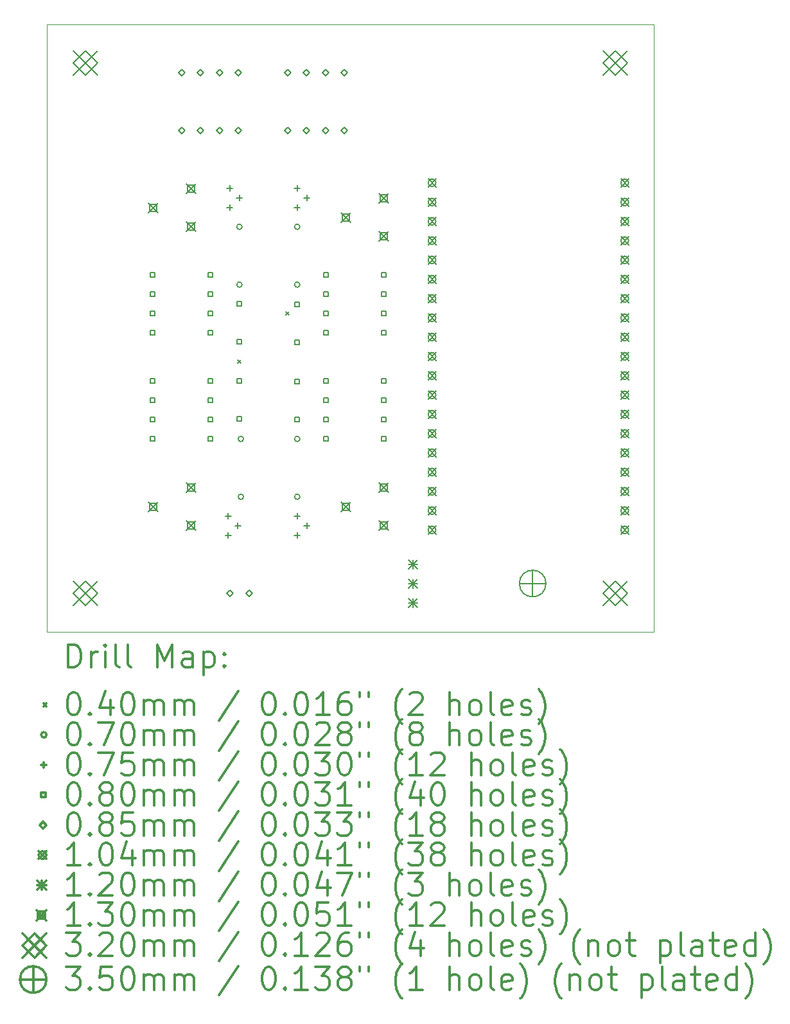
<source format=gbr>
%FSLAX45Y45*%
G04 Gerber Fmt 4.5, Leading zero omitted, Abs format (unit mm)*
G04 Created by KiCad (PCBNEW (5.1.5-0-10_14)) date 2020-02-05 16:50:08*
%MOMM*%
%LPD*%
G04 APERTURE LIST*
%TA.AperFunction,Profile*%
%ADD10C,0.050000*%
%TD*%
%ADD11C,0.200000*%
%ADD12C,0.300000*%
G04 APERTURE END LIST*
D10*
X8001000Y0D02*
X7874000Y0D01*
X8001000Y8001000D02*
X8001000Y0D01*
X7874000Y8001000D02*
X8001000Y8001000D01*
X7874000Y8001000D02*
X0Y8001000D01*
X0Y0D02*
X7874000Y0D01*
X0Y8001000D02*
X0Y0D01*
D11*
X2520000Y3576000D02*
X2560000Y3536000D01*
X2560000Y3576000D02*
X2520000Y3536000D01*
X3155000Y4211000D02*
X3195000Y4171000D01*
X3195000Y4211000D02*
X3155000Y4171000D01*
X2594500Y2540000D02*
G75*
G03X2594500Y2540000I-35000J0D01*
G01*
X2594500Y1778000D02*
G75*
G03X2594500Y1778000I-35000J0D01*
G01*
X2575000Y5334000D02*
G75*
G03X2575000Y5334000I-35000J0D01*
G01*
X2575000Y4572000D02*
G75*
G03X2575000Y4572000I-35000J0D01*
G01*
X3337000Y5334000D02*
G75*
G03X3337000Y5334000I-35000J0D01*
G01*
X3337000Y4572000D02*
G75*
G03X3337000Y4572000I-35000J0D01*
G01*
X3337000Y2540000D02*
G75*
G03X3337000Y2540000I-35000J0D01*
G01*
X3337000Y1778000D02*
G75*
G03X3337000Y1778000I-35000J0D01*
G01*
X2413000Y5879500D02*
X2413000Y5804500D01*
X2375500Y5842000D02*
X2450500Y5842000D01*
X2413000Y5625500D02*
X2413000Y5550500D01*
X2375500Y5588000D02*
X2450500Y5588000D01*
X2540000Y5752500D02*
X2540000Y5677500D01*
X2502500Y5715000D02*
X2577500Y5715000D01*
X2391500Y1562000D02*
X2391500Y1487000D01*
X2354000Y1524500D02*
X2429000Y1524500D01*
X2391500Y1308000D02*
X2391500Y1233000D01*
X2354000Y1270500D02*
X2429000Y1270500D01*
X2518500Y1435000D02*
X2518500Y1360000D01*
X2481000Y1397500D02*
X2556000Y1397500D01*
X3302000Y5879500D02*
X3302000Y5804500D01*
X3264500Y5842000D02*
X3339500Y5842000D01*
X3302000Y5625500D02*
X3302000Y5550500D01*
X3264500Y5588000D02*
X3339500Y5588000D01*
X3429000Y5752500D02*
X3429000Y5677500D01*
X3391500Y5715000D02*
X3466500Y5715000D01*
X3302000Y1561500D02*
X3302000Y1486500D01*
X3264500Y1524000D02*
X3339500Y1524000D01*
X3302000Y1307500D02*
X3302000Y1232500D01*
X3264500Y1270000D02*
X3339500Y1270000D01*
X3429000Y1434500D02*
X3429000Y1359500D01*
X3391500Y1397000D02*
X3466500Y1397000D01*
X3330284Y3265715D02*
X3330284Y3322284D01*
X3273715Y3322284D01*
X3273715Y3265715D01*
X3330284Y3265715D01*
X3330284Y2765716D02*
X3330284Y2822284D01*
X3273715Y2822284D01*
X3273715Y2765716D01*
X3330284Y2765716D01*
X3330284Y4281716D02*
X3330284Y4338285D01*
X3273715Y4338285D01*
X3273715Y4281716D01*
X3330284Y4281716D01*
X3330284Y3781715D02*
X3330284Y3838284D01*
X3273715Y3838284D01*
X3273715Y3781715D01*
X3330284Y3781715D01*
X1425284Y3273715D02*
X1425284Y3330284D01*
X1368716Y3330284D01*
X1368716Y3273715D01*
X1425284Y3273715D01*
X1425284Y3019715D02*
X1425284Y3076284D01*
X1368716Y3076284D01*
X1368716Y3019715D01*
X1425284Y3019715D01*
X1425284Y2765716D02*
X1425284Y2822284D01*
X1368716Y2822284D01*
X1368716Y2765716D01*
X1425284Y2765716D01*
X1425284Y2511716D02*
X1425284Y2568285D01*
X1368716Y2568285D01*
X1368716Y2511716D01*
X1425284Y2511716D01*
X2187285Y3273715D02*
X2187285Y3330284D01*
X2130716Y3330284D01*
X2130716Y3273715D01*
X2187285Y3273715D01*
X2187285Y3019715D02*
X2187285Y3076284D01*
X2130716Y3076284D01*
X2130716Y3019715D01*
X2187285Y3019715D01*
X2187285Y2765716D02*
X2187285Y2822284D01*
X2130716Y2822284D01*
X2130716Y2765716D01*
X2187285Y2765716D01*
X2187285Y2511716D02*
X2187285Y2568285D01*
X2130716Y2568285D01*
X2130716Y2511716D01*
X2187285Y2511716D01*
X3711284Y3273715D02*
X3711284Y3330284D01*
X3654715Y3330284D01*
X3654715Y3273715D01*
X3711284Y3273715D01*
X3711284Y3019715D02*
X3711284Y3076284D01*
X3654715Y3076284D01*
X3654715Y3019715D01*
X3711284Y3019715D01*
X3711284Y2765716D02*
X3711284Y2822284D01*
X3654715Y2822284D01*
X3654715Y2765716D01*
X3711284Y2765716D01*
X3711284Y2511716D02*
X3711284Y2568285D01*
X3654715Y2568285D01*
X3654715Y2511716D01*
X3711284Y2511716D01*
X4473285Y3273715D02*
X4473285Y3330284D01*
X4416716Y3330284D01*
X4416716Y3273715D01*
X4473285Y3273715D01*
X4473285Y3019715D02*
X4473285Y3076284D01*
X4416716Y3076284D01*
X4416716Y3019715D01*
X4473285Y3019715D01*
X4473285Y2765716D02*
X4473285Y2822284D01*
X4416716Y2822284D01*
X4416716Y2765716D01*
X4473285Y2765716D01*
X4473285Y2511716D02*
X4473285Y2568285D01*
X4416716Y2568285D01*
X4416716Y2511716D01*
X4473285Y2511716D01*
X3711284Y4670716D02*
X3711284Y4727285D01*
X3654715Y4727285D01*
X3654715Y4670716D01*
X3711284Y4670716D01*
X3711284Y4416716D02*
X3711284Y4473285D01*
X3654715Y4473285D01*
X3654715Y4416716D01*
X3711284Y4416716D01*
X3711284Y4162715D02*
X3711284Y4219285D01*
X3654715Y4219285D01*
X3654715Y4162715D01*
X3711284Y4162715D01*
X3711284Y3908715D02*
X3711284Y3965284D01*
X3654715Y3965284D01*
X3654715Y3908715D01*
X3711284Y3908715D01*
X4473285Y4670716D02*
X4473285Y4727285D01*
X4416716Y4727285D01*
X4416716Y4670716D01*
X4473285Y4670716D01*
X4473285Y4416716D02*
X4473285Y4473285D01*
X4416716Y4473285D01*
X4416716Y4416716D01*
X4473285Y4416716D01*
X4473285Y4162715D02*
X4473285Y4219285D01*
X4416716Y4219285D01*
X4416716Y4162715D01*
X4473285Y4162715D01*
X4473285Y3908715D02*
X4473285Y3965284D01*
X4416716Y3965284D01*
X4416716Y3908715D01*
X4473285Y3908715D01*
X2568285Y3273715D02*
X2568285Y3330284D01*
X2511716Y3330284D01*
X2511716Y3273715D01*
X2568285Y3273715D01*
X2568285Y2773716D02*
X2568285Y2830284D01*
X2511716Y2830284D01*
X2511716Y2773716D01*
X2568285Y2773716D01*
X2568285Y4289716D02*
X2568285Y4346285D01*
X2511716Y4346285D01*
X2511716Y4289716D01*
X2568285Y4289716D01*
X2568285Y3789715D02*
X2568285Y3846284D01*
X2511716Y3846284D01*
X2511716Y3789715D01*
X2568285Y3789715D01*
X1425284Y4670716D02*
X1425284Y4727285D01*
X1368716Y4727285D01*
X1368716Y4670716D01*
X1425284Y4670716D01*
X1425284Y4416716D02*
X1425284Y4473285D01*
X1368716Y4473285D01*
X1368716Y4416716D01*
X1425284Y4416716D01*
X1425284Y4162715D02*
X1425284Y4219285D01*
X1368716Y4219285D01*
X1368716Y4162715D01*
X1425284Y4162715D01*
X1425284Y3908715D02*
X1425284Y3965284D01*
X1368716Y3965284D01*
X1368716Y3908715D01*
X1425284Y3908715D01*
X2187285Y4670716D02*
X2187285Y4727285D01*
X2130716Y4727285D01*
X2130716Y4670716D01*
X2187285Y4670716D01*
X2187285Y4416716D02*
X2187285Y4473285D01*
X2130716Y4473285D01*
X2130716Y4416716D01*
X2187285Y4416716D01*
X2187285Y4162715D02*
X2187285Y4219285D01*
X2130716Y4219285D01*
X2130716Y4162715D01*
X2187285Y4162715D01*
X2187285Y3908715D02*
X2187285Y3965284D01*
X2130716Y3965284D01*
X2130716Y3908715D01*
X2187285Y3908715D01*
X3175000Y7323500D02*
X3217500Y7366000D01*
X3175000Y7408500D01*
X3132500Y7366000D01*
X3175000Y7323500D01*
X3175000Y6561500D02*
X3217500Y6604000D01*
X3175000Y6646500D01*
X3132500Y6604000D01*
X3175000Y6561500D01*
X3425000Y6561500D02*
X3467500Y6604000D01*
X3425000Y6646500D01*
X3382500Y6604000D01*
X3425000Y6561500D01*
X3675000Y6561500D02*
X3717500Y6604000D01*
X3675000Y6646500D01*
X3632500Y6604000D01*
X3675000Y6561500D01*
X3925000Y6561500D02*
X3967500Y6604000D01*
X3925000Y6646500D01*
X3882500Y6604000D01*
X3925000Y6561500D01*
X2028000Y7323500D02*
X2070500Y7366000D01*
X2028000Y7408500D01*
X1985500Y7366000D01*
X2028000Y7323500D01*
X2278000Y7323500D02*
X2320500Y7366000D01*
X2278000Y7408500D01*
X2235500Y7366000D01*
X2278000Y7323500D01*
X2528000Y7323500D02*
X2570500Y7366000D01*
X2528000Y7408500D01*
X2485500Y7366000D01*
X2528000Y7323500D01*
X1778000Y6561500D02*
X1820500Y6604000D01*
X1778000Y6646500D01*
X1735500Y6604000D01*
X1778000Y6561500D01*
X2028000Y6561500D02*
X2070500Y6604000D01*
X2028000Y6646500D01*
X1985500Y6604000D01*
X2028000Y6561500D01*
X2278000Y6561500D02*
X2320500Y6604000D01*
X2278000Y6646500D01*
X2235500Y6604000D01*
X2278000Y6561500D01*
X2528000Y6561500D02*
X2570500Y6604000D01*
X2528000Y6646500D01*
X2485500Y6604000D01*
X2528000Y6561500D01*
X2417000Y465500D02*
X2459500Y508000D01*
X2417000Y550500D01*
X2374500Y508000D01*
X2417000Y465500D01*
X2667000Y465500D02*
X2709500Y508000D01*
X2667000Y550500D01*
X2624500Y508000D01*
X2667000Y465500D01*
X3425000Y7323500D02*
X3467500Y7366000D01*
X3425000Y7408500D01*
X3382500Y7366000D01*
X3425000Y7323500D01*
X3675000Y7323500D02*
X3717500Y7366000D01*
X3675000Y7408500D01*
X3632500Y7366000D01*
X3675000Y7323500D01*
X3925000Y7323500D02*
X3967500Y7366000D01*
X3925000Y7408500D01*
X3882500Y7366000D01*
X3925000Y7323500D01*
X1778000Y7323500D02*
X1820500Y7366000D01*
X1778000Y7408500D01*
X1735500Y7366000D01*
X1778000Y7323500D01*
X5028000Y5965000D02*
X5132000Y5861000D01*
X5132000Y5965000D02*
X5028000Y5861000D01*
X5132000Y5913000D02*
G75*
G03X5132000Y5913000I-52000J0D01*
G01*
X5028000Y5711000D02*
X5132000Y5607000D01*
X5132000Y5711000D02*
X5028000Y5607000D01*
X5132000Y5659000D02*
G75*
G03X5132000Y5659000I-52000J0D01*
G01*
X5028000Y5457000D02*
X5132000Y5353000D01*
X5132000Y5457000D02*
X5028000Y5353000D01*
X5132000Y5405000D02*
G75*
G03X5132000Y5405000I-52000J0D01*
G01*
X5028000Y5203000D02*
X5132000Y5099000D01*
X5132000Y5203000D02*
X5028000Y5099000D01*
X5132000Y5151000D02*
G75*
G03X5132000Y5151000I-52000J0D01*
G01*
X5028000Y4949000D02*
X5132000Y4845000D01*
X5132000Y4949000D02*
X5028000Y4845000D01*
X5132000Y4897000D02*
G75*
G03X5132000Y4897000I-52000J0D01*
G01*
X5028000Y4695000D02*
X5132000Y4591000D01*
X5132000Y4695000D02*
X5028000Y4591000D01*
X5132000Y4643000D02*
G75*
G03X5132000Y4643000I-52000J0D01*
G01*
X5028000Y4441000D02*
X5132000Y4337000D01*
X5132000Y4441000D02*
X5028000Y4337000D01*
X5132000Y4389000D02*
G75*
G03X5132000Y4389000I-52000J0D01*
G01*
X5028000Y4187000D02*
X5132000Y4083000D01*
X5132000Y4187000D02*
X5028000Y4083000D01*
X5132000Y4135000D02*
G75*
G03X5132000Y4135000I-52000J0D01*
G01*
X5028000Y3933000D02*
X5132000Y3829000D01*
X5132000Y3933000D02*
X5028000Y3829000D01*
X5132000Y3881000D02*
G75*
G03X5132000Y3881000I-52000J0D01*
G01*
X5028000Y3679000D02*
X5132000Y3575000D01*
X5132000Y3679000D02*
X5028000Y3575000D01*
X5132000Y3627000D02*
G75*
G03X5132000Y3627000I-52000J0D01*
G01*
X5028000Y3425000D02*
X5132000Y3321000D01*
X5132000Y3425000D02*
X5028000Y3321000D01*
X5132000Y3373000D02*
G75*
G03X5132000Y3373000I-52000J0D01*
G01*
X5028000Y3171000D02*
X5132000Y3067000D01*
X5132000Y3171000D02*
X5028000Y3067000D01*
X5132000Y3119000D02*
G75*
G03X5132000Y3119000I-52000J0D01*
G01*
X5028000Y2917000D02*
X5132000Y2813000D01*
X5132000Y2917000D02*
X5028000Y2813000D01*
X5132000Y2865000D02*
G75*
G03X5132000Y2865000I-52000J0D01*
G01*
X5028000Y2663000D02*
X5132000Y2559000D01*
X5132000Y2663000D02*
X5028000Y2559000D01*
X5132000Y2611000D02*
G75*
G03X5132000Y2611000I-52000J0D01*
G01*
X5028000Y2409000D02*
X5132000Y2305000D01*
X5132000Y2409000D02*
X5028000Y2305000D01*
X5132000Y2357000D02*
G75*
G03X5132000Y2357000I-52000J0D01*
G01*
X5028000Y2155000D02*
X5132000Y2051000D01*
X5132000Y2155000D02*
X5028000Y2051000D01*
X5132000Y2103000D02*
G75*
G03X5132000Y2103000I-52000J0D01*
G01*
X5028000Y1901000D02*
X5132000Y1797000D01*
X5132000Y1901000D02*
X5028000Y1797000D01*
X5132000Y1849000D02*
G75*
G03X5132000Y1849000I-52000J0D01*
G01*
X5028000Y1647000D02*
X5132000Y1543000D01*
X5132000Y1647000D02*
X5028000Y1543000D01*
X5132000Y1595000D02*
G75*
G03X5132000Y1595000I-52000J0D01*
G01*
X5028000Y1393000D02*
X5132000Y1289000D01*
X5132000Y1393000D02*
X5028000Y1289000D01*
X5132000Y1341000D02*
G75*
G03X5132000Y1341000I-52000J0D01*
G01*
X7568000Y5965000D02*
X7672000Y5861000D01*
X7672000Y5965000D02*
X7568000Y5861000D01*
X7672000Y5913000D02*
G75*
G03X7672000Y5913000I-52000J0D01*
G01*
X7568000Y5711000D02*
X7672000Y5607000D01*
X7672000Y5711000D02*
X7568000Y5607000D01*
X7672000Y5659000D02*
G75*
G03X7672000Y5659000I-52000J0D01*
G01*
X7568000Y5457000D02*
X7672000Y5353000D01*
X7672000Y5457000D02*
X7568000Y5353000D01*
X7672000Y5405000D02*
G75*
G03X7672000Y5405000I-52000J0D01*
G01*
X7568000Y5203000D02*
X7672000Y5099000D01*
X7672000Y5203000D02*
X7568000Y5099000D01*
X7672000Y5151000D02*
G75*
G03X7672000Y5151000I-52000J0D01*
G01*
X7568000Y4949000D02*
X7672000Y4845000D01*
X7672000Y4949000D02*
X7568000Y4845000D01*
X7672000Y4897000D02*
G75*
G03X7672000Y4897000I-52000J0D01*
G01*
X7568000Y4695000D02*
X7672000Y4591000D01*
X7672000Y4695000D02*
X7568000Y4591000D01*
X7672000Y4643000D02*
G75*
G03X7672000Y4643000I-52000J0D01*
G01*
X7568000Y4441000D02*
X7672000Y4337000D01*
X7672000Y4441000D02*
X7568000Y4337000D01*
X7672000Y4389000D02*
G75*
G03X7672000Y4389000I-52000J0D01*
G01*
X7568000Y4187000D02*
X7672000Y4083000D01*
X7672000Y4187000D02*
X7568000Y4083000D01*
X7672000Y4135000D02*
G75*
G03X7672000Y4135000I-52000J0D01*
G01*
X7568000Y3933000D02*
X7672000Y3829000D01*
X7672000Y3933000D02*
X7568000Y3829000D01*
X7672000Y3881000D02*
G75*
G03X7672000Y3881000I-52000J0D01*
G01*
X7568000Y3679000D02*
X7672000Y3575000D01*
X7672000Y3679000D02*
X7568000Y3575000D01*
X7672000Y3627000D02*
G75*
G03X7672000Y3627000I-52000J0D01*
G01*
X7568000Y3425000D02*
X7672000Y3321000D01*
X7672000Y3425000D02*
X7568000Y3321000D01*
X7672000Y3373000D02*
G75*
G03X7672000Y3373000I-52000J0D01*
G01*
X7568000Y3171000D02*
X7672000Y3067000D01*
X7672000Y3171000D02*
X7568000Y3067000D01*
X7672000Y3119000D02*
G75*
G03X7672000Y3119000I-52000J0D01*
G01*
X7568000Y2917000D02*
X7672000Y2813000D01*
X7672000Y2917000D02*
X7568000Y2813000D01*
X7672000Y2865000D02*
G75*
G03X7672000Y2865000I-52000J0D01*
G01*
X7568000Y2663000D02*
X7672000Y2559000D01*
X7672000Y2663000D02*
X7568000Y2559000D01*
X7672000Y2611000D02*
G75*
G03X7672000Y2611000I-52000J0D01*
G01*
X7568000Y2409000D02*
X7672000Y2305000D01*
X7672000Y2409000D02*
X7568000Y2305000D01*
X7672000Y2357000D02*
G75*
G03X7672000Y2357000I-52000J0D01*
G01*
X7568000Y2155000D02*
X7672000Y2051000D01*
X7672000Y2155000D02*
X7568000Y2051000D01*
X7672000Y2103000D02*
G75*
G03X7672000Y2103000I-52000J0D01*
G01*
X7568000Y1901000D02*
X7672000Y1797000D01*
X7672000Y1901000D02*
X7568000Y1797000D01*
X7672000Y1849000D02*
G75*
G03X7672000Y1849000I-52000J0D01*
G01*
X7568000Y1647000D02*
X7672000Y1543000D01*
X7672000Y1647000D02*
X7568000Y1543000D01*
X7672000Y1595000D02*
G75*
G03X7672000Y1595000I-52000J0D01*
G01*
X7568000Y1393000D02*
X7672000Y1289000D01*
X7672000Y1393000D02*
X7568000Y1289000D01*
X7672000Y1341000D02*
G75*
G03X7672000Y1341000I-52000J0D01*
G01*
X4766000Y949000D02*
X4886000Y829000D01*
X4886000Y949000D02*
X4766000Y829000D01*
X4826000Y949000D02*
X4826000Y829000D01*
X4766000Y889000D02*
X4886000Y889000D01*
X4766000Y695000D02*
X4886000Y575000D01*
X4886000Y695000D02*
X4766000Y575000D01*
X4826000Y695000D02*
X4826000Y575000D01*
X4766000Y635000D02*
X4886000Y635000D01*
X4766000Y441000D02*
X4886000Y321000D01*
X4886000Y441000D02*
X4766000Y321000D01*
X4826000Y441000D02*
X4826000Y321000D01*
X4766000Y381000D02*
X4886000Y381000D01*
X3880000Y1712000D02*
X4010000Y1582000D01*
X4010000Y1712000D02*
X3880000Y1582000D01*
X3990962Y1601038D02*
X3990962Y1692962D01*
X3899038Y1692962D01*
X3899038Y1601038D01*
X3990962Y1601038D01*
X4380000Y1962000D02*
X4510000Y1832000D01*
X4510000Y1962000D02*
X4380000Y1832000D01*
X4490962Y1851038D02*
X4490962Y1942962D01*
X4399038Y1942962D01*
X4399038Y1851038D01*
X4490962Y1851038D01*
X4380000Y1462000D02*
X4510000Y1332000D01*
X4510000Y1462000D02*
X4380000Y1332000D01*
X4490962Y1351038D02*
X4490962Y1442962D01*
X4399038Y1442962D01*
X4399038Y1351038D01*
X4490962Y1351038D01*
X1340000Y1712000D02*
X1470000Y1582000D01*
X1470000Y1712000D02*
X1340000Y1582000D01*
X1450962Y1601038D02*
X1450962Y1692962D01*
X1359038Y1692962D01*
X1359038Y1601038D01*
X1450962Y1601038D01*
X1840000Y1962000D02*
X1970000Y1832000D01*
X1970000Y1962000D02*
X1840000Y1832000D01*
X1950962Y1851038D02*
X1950962Y1942962D01*
X1859038Y1942962D01*
X1859038Y1851038D01*
X1950962Y1851038D01*
X1840000Y1462000D02*
X1970000Y1332000D01*
X1970000Y1462000D02*
X1840000Y1332000D01*
X1950962Y1351038D02*
X1950962Y1442962D01*
X1859038Y1442962D01*
X1859038Y1351038D01*
X1950962Y1351038D01*
X1340000Y5649000D02*
X1470000Y5519000D01*
X1470000Y5649000D02*
X1340000Y5519000D01*
X1450962Y5538038D02*
X1450962Y5629962D01*
X1359038Y5629962D01*
X1359038Y5538038D01*
X1450962Y5538038D01*
X1840000Y5899000D02*
X1970000Y5769000D01*
X1970000Y5899000D02*
X1840000Y5769000D01*
X1950962Y5788038D02*
X1950962Y5879962D01*
X1859038Y5879962D01*
X1859038Y5788038D01*
X1950962Y5788038D01*
X1840000Y5399000D02*
X1970000Y5269000D01*
X1970000Y5399000D02*
X1840000Y5269000D01*
X1950962Y5288038D02*
X1950962Y5379962D01*
X1859038Y5379962D01*
X1859038Y5288038D01*
X1950962Y5288038D01*
X3880000Y5522000D02*
X4010000Y5392000D01*
X4010000Y5522000D02*
X3880000Y5392000D01*
X3990962Y5411038D02*
X3990962Y5502962D01*
X3899038Y5502962D01*
X3899038Y5411038D01*
X3990962Y5411038D01*
X4380000Y5772000D02*
X4510000Y5642000D01*
X4510000Y5772000D02*
X4380000Y5642000D01*
X4490962Y5661038D02*
X4490962Y5752962D01*
X4399038Y5752962D01*
X4399038Y5661038D01*
X4490962Y5661038D01*
X4380000Y5272000D02*
X4510000Y5142000D01*
X4510000Y5272000D02*
X4380000Y5142000D01*
X4490962Y5161038D02*
X4490962Y5252962D01*
X4399038Y5252962D01*
X4399038Y5161038D01*
X4490962Y5161038D01*
X348000Y668000D02*
X668000Y348000D01*
X668000Y668000D02*
X348000Y348000D01*
X508000Y348000D02*
X668000Y508000D01*
X508000Y668000D01*
X348000Y508000D01*
X508000Y348000D01*
X7333000Y7653000D02*
X7653000Y7333000D01*
X7653000Y7653000D02*
X7333000Y7333000D01*
X7493000Y7333000D02*
X7653000Y7493000D01*
X7493000Y7653000D01*
X7333000Y7493000D01*
X7493000Y7333000D01*
X7333000Y668000D02*
X7653000Y348000D01*
X7653000Y668000D02*
X7333000Y348000D01*
X7493000Y348000D02*
X7653000Y508000D01*
X7493000Y668000D01*
X7333000Y508000D01*
X7493000Y348000D01*
X348000Y7653000D02*
X668000Y7333000D01*
X668000Y7653000D02*
X348000Y7333000D01*
X508000Y7333000D02*
X668000Y7493000D01*
X508000Y7653000D01*
X348000Y7493000D01*
X508000Y7333000D01*
X6406000Y810000D02*
X6406000Y460000D01*
X6231000Y635000D02*
X6581000Y635000D01*
X6581000Y635000D02*
G75*
G03X6581000Y635000I-175000J0D01*
G01*
D12*
X283928Y-468214D02*
X283928Y-168214D01*
X355357Y-168214D01*
X398214Y-182500D01*
X426786Y-211071D01*
X441071Y-239643D01*
X455357Y-296786D01*
X455357Y-339643D01*
X441071Y-396786D01*
X426786Y-425357D01*
X398214Y-453929D01*
X355357Y-468214D01*
X283928Y-468214D01*
X583928Y-468214D02*
X583928Y-268214D01*
X583928Y-325357D02*
X598214Y-296786D01*
X612500Y-282500D01*
X641071Y-268214D01*
X669643Y-268214D01*
X769643Y-468214D02*
X769643Y-268214D01*
X769643Y-168214D02*
X755357Y-182500D01*
X769643Y-196786D01*
X783928Y-182500D01*
X769643Y-168214D01*
X769643Y-196786D01*
X955357Y-468214D02*
X926786Y-453929D01*
X912500Y-425357D01*
X912500Y-168214D01*
X1112500Y-468214D02*
X1083928Y-453929D01*
X1069643Y-425357D01*
X1069643Y-168214D01*
X1455357Y-468214D02*
X1455357Y-168214D01*
X1555357Y-382500D01*
X1655357Y-168214D01*
X1655357Y-468214D01*
X1926786Y-468214D02*
X1926786Y-311072D01*
X1912500Y-282500D01*
X1883928Y-268214D01*
X1826786Y-268214D01*
X1798214Y-282500D01*
X1926786Y-453929D02*
X1898214Y-468214D01*
X1826786Y-468214D01*
X1798214Y-453929D01*
X1783928Y-425357D01*
X1783928Y-396786D01*
X1798214Y-368214D01*
X1826786Y-353929D01*
X1898214Y-353929D01*
X1926786Y-339643D01*
X2069643Y-268214D02*
X2069643Y-568214D01*
X2069643Y-282500D02*
X2098214Y-268214D01*
X2155357Y-268214D01*
X2183928Y-282500D01*
X2198214Y-296786D01*
X2212500Y-325357D01*
X2212500Y-411071D01*
X2198214Y-439643D01*
X2183928Y-453929D01*
X2155357Y-468214D01*
X2098214Y-468214D01*
X2069643Y-453929D01*
X2341071Y-439643D02*
X2355357Y-453929D01*
X2341071Y-468214D01*
X2326786Y-453929D01*
X2341071Y-439643D01*
X2341071Y-468214D01*
X2341071Y-282500D02*
X2355357Y-296786D01*
X2341071Y-311072D01*
X2326786Y-296786D01*
X2341071Y-282500D01*
X2341071Y-311072D01*
X-42500Y-942500D02*
X-2500Y-982500D01*
X-2500Y-942500D02*
X-42500Y-982500D01*
X341071Y-798214D02*
X369643Y-798214D01*
X398214Y-812500D01*
X412500Y-826786D01*
X426786Y-855357D01*
X441071Y-912500D01*
X441071Y-983929D01*
X426786Y-1041071D01*
X412500Y-1069643D01*
X398214Y-1083929D01*
X369643Y-1098214D01*
X341071Y-1098214D01*
X312500Y-1083929D01*
X298214Y-1069643D01*
X283928Y-1041071D01*
X269643Y-983929D01*
X269643Y-912500D01*
X283928Y-855357D01*
X298214Y-826786D01*
X312500Y-812500D01*
X341071Y-798214D01*
X569643Y-1069643D02*
X583928Y-1083929D01*
X569643Y-1098214D01*
X555357Y-1083929D01*
X569643Y-1069643D01*
X569643Y-1098214D01*
X841071Y-898214D02*
X841071Y-1098214D01*
X769643Y-783929D02*
X698214Y-998214D01*
X883928Y-998214D01*
X1055357Y-798214D02*
X1083928Y-798214D01*
X1112500Y-812500D01*
X1126786Y-826786D01*
X1141071Y-855357D01*
X1155357Y-912500D01*
X1155357Y-983929D01*
X1141071Y-1041071D01*
X1126786Y-1069643D01*
X1112500Y-1083929D01*
X1083928Y-1098214D01*
X1055357Y-1098214D01*
X1026786Y-1083929D01*
X1012500Y-1069643D01*
X998214Y-1041071D01*
X983928Y-983929D01*
X983928Y-912500D01*
X998214Y-855357D01*
X1012500Y-826786D01*
X1026786Y-812500D01*
X1055357Y-798214D01*
X1283928Y-1098214D02*
X1283928Y-898214D01*
X1283928Y-926786D02*
X1298214Y-912500D01*
X1326786Y-898214D01*
X1369643Y-898214D01*
X1398214Y-912500D01*
X1412500Y-941071D01*
X1412500Y-1098214D01*
X1412500Y-941071D02*
X1426786Y-912500D01*
X1455357Y-898214D01*
X1498214Y-898214D01*
X1526786Y-912500D01*
X1541071Y-941071D01*
X1541071Y-1098214D01*
X1683928Y-1098214D02*
X1683928Y-898214D01*
X1683928Y-926786D02*
X1698214Y-912500D01*
X1726786Y-898214D01*
X1769643Y-898214D01*
X1798214Y-912500D01*
X1812500Y-941071D01*
X1812500Y-1098214D01*
X1812500Y-941071D02*
X1826786Y-912500D01*
X1855357Y-898214D01*
X1898214Y-898214D01*
X1926786Y-912500D01*
X1941071Y-941071D01*
X1941071Y-1098214D01*
X2526786Y-783929D02*
X2269643Y-1169643D01*
X2912500Y-798214D02*
X2941071Y-798214D01*
X2969643Y-812500D01*
X2983928Y-826786D01*
X2998214Y-855357D01*
X3012500Y-912500D01*
X3012500Y-983929D01*
X2998214Y-1041071D01*
X2983928Y-1069643D01*
X2969643Y-1083929D01*
X2941071Y-1098214D01*
X2912500Y-1098214D01*
X2883928Y-1083929D01*
X2869643Y-1069643D01*
X2855357Y-1041071D01*
X2841071Y-983929D01*
X2841071Y-912500D01*
X2855357Y-855357D01*
X2869643Y-826786D01*
X2883928Y-812500D01*
X2912500Y-798214D01*
X3141071Y-1069643D02*
X3155357Y-1083929D01*
X3141071Y-1098214D01*
X3126786Y-1083929D01*
X3141071Y-1069643D01*
X3141071Y-1098214D01*
X3341071Y-798214D02*
X3369643Y-798214D01*
X3398214Y-812500D01*
X3412500Y-826786D01*
X3426786Y-855357D01*
X3441071Y-912500D01*
X3441071Y-983929D01*
X3426786Y-1041071D01*
X3412500Y-1069643D01*
X3398214Y-1083929D01*
X3369643Y-1098214D01*
X3341071Y-1098214D01*
X3312500Y-1083929D01*
X3298214Y-1069643D01*
X3283928Y-1041071D01*
X3269643Y-983929D01*
X3269643Y-912500D01*
X3283928Y-855357D01*
X3298214Y-826786D01*
X3312500Y-812500D01*
X3341071Y-798214D01*
X3726786Y-1098214D02*
X3555357Y-1098214D01*
X3641071Y-1098214D02*
X3641071Y-798214D01*
X3612500Y-841071D01*
X3583928Y-869643D01*
X3555357Y-883929D01*
X3983928Y-798214D02*
X3926786Y-798214D01*
X3898214Y-812500D01*
X3883928Y-826786D01*
X3855357Y-869643D01*
X3841071Y-926786D01*
X3841071Y-1041071D01*
X3855357Y-1069643D01*
X3869643Y-1083929D01*
X3898214Y-1098214D01*
X3955357Y-1098214D01*
X3983928Y-1083929D01*
X3998214Y-1069643D01*
X4012500Y-1041071D01*
X4012500Y-969643D01*
X3998214Y-941071D01*
X3983928Y-926786D01*
X3955357Y-912500D01*
X3898214Y-912500D01*
X3869643Y-926786D01*
X3855357Y-941071D01*
X3841071Y-969643D01*
X4126786Y-798214D02*
X4126786Y-855357D01*
X4241071Y-798214D02*
X4241071Y-855357D01*
X4683928Y-1212500D02*
X4669643Y-1198214D01*
X4641071Y-1155357D01*
X4626786Y-1126786D01*
X4612500Y-1083929D01*
X4598214Y-1012500D01*
X4598214Y-955357D01*
X4612500Y-883929D01*
X4626786Y-841071D01*
X4641071Y-812500D01*
X4669643Y-769643D01*
X4683928Y-755357D01*
X4783928Y-826786D02*
X4798214Y-812500D01*
X4826786Y-798214D01*
X4898214Y-798214D01*
X4926786Y-812500D01*
X4941071Y-826786D01*
X4955357Y-855357D01*
X4955357Y-883929D01*
X4941071Y-926786D01*
X4769643Y-1098214D01*
X4955357Y-1098214D01*
X5312500Y-1098214D02*
X5312500Y-798214D01*
X5441071Y-1098214D02*
X5441071Y-941071D01*
X5426786Y-912500D01*
X5398214Y-898214D01*
X5355357Y-898214D01*
X5326786Y-912500D01*
X5312500Y-926786D01*
X5626786Y-1098214D02*
X5598214Y-1083929D01*
X5583928Y-1069643D01*
X5569643Y-1041071D01*
X5569643Y-955357D01*
X5583928Y-926786D01*
X5598214Y-912500D01*
X5626786Y-898214D01*
X5669643Y-898214D01*
X5698214Y-912500D01*
X5712500Y-926786D01*
X5726786Y-955357D01*
X5726786Y-1041071D01*
X5712500Y-1069643D01*
X5698214Y-1083929D01*
X5669643Y-1098214D01*
X5626786Y-1098214D01*
X5898214Y-1098214D02*
X5869643Y-1083929D01*
X5855357Y-1055357D01*
X5855357Y-798214D01*
X6126786Y-1083929D02*
X6098214Y-1098214D01*
X6041071Y-1098214D01*
X6012500Y-1083929D01*
X5998214Y-1055357D01*
X5998214Y-941071D01*
X6012500Y-912500D01*
X6041071Y-898214D01*
X6098214Y-898214D01*
X6126786Y-912500D01*
X6141071Y-941071D01*
X6141071Y-969643D01*
X5998214Y-998214D01*
X6255357Y-1083929D02*
X6283928Y-1098214D01*
X6341071Y-1098214D01*
X6369643Y-1083929D01*
X6383928Y-1055357D01*
X6383928Y-1041071D01*
X6369643Y-1012500D01*
X6341071Y-998214D01*
X6298214Y-998214D01*
X6269643Y-983929D01*
X6255357Y-955357D01*
X6255357Y-941071D01*
X6269643Y-912500D01*
X6298214Y-898214D01*
X6341071Y-898214D01*
X6369643Y-912500D01*
X6483928Y-1212500D02*
X6498214Y-1198214D01*
X6526786Y-1155357D01*
X6541071Y-1126786D01*
X6555357Y-1083929D01*
X6569643Y-1012500D01*
X6569643Y-955357D01*
X6555357Y-883929D01*
X6541071Y-841071D01*
X6526786Y-812500D01*
X6498214Y-769643D01*
X6483928Y-755357D01*
X-2500Y-1358500D02*
G75*
G03X-2500Y-1358500I-35000J0D01*
G01*
X341071Y-1194214D02*
X369643Y-1194214D01*
X398214Y-1208500D01*
X412500Y-1222786D01*
X426786Y-1251357D01*
X441071Y-1308500D01*
X441071Y-1379929D01*
X426786Y-1437071D01*
X412500Y-1465643D01*
X398214Y-1479929D01*
X369643Y-1494214D01*
X341071Y-1494214D01*
X312500Y-1479929D01*
X298214Y-1465643D01*
X283928Y-1437071D01*
X269643Y-1379929D01*
X269643Y-1308500D01*
X283928Y-1251357D01*
X298214Y-1222786D01*
X312500Y-1208500D01*
X341071Y-1194214D01*
X569643Y-1465643D02*
X583928Y-1479929D01*
X569643Y-1494214D01*
X555357Y-1479929D01*
X569643Y-1465643D01*
X569643Y-1494214D01*
X683928Y-1194214D02*
X883928Y-1194214D01*
X755357Y-1494214D01*
X1055357Y-1194214D02*
X1083928Y-1194214D01*
X1112500Y-1208500D01*
X1126786Y-1222786D01*
X1141071Y-1251357D01*
X1155357Y-1308500D01*
X1155357Y-1379929D01*
X1141071Y-1437071D01*
X1126786Y-1465643D01*
X1112500Y-1479929D01*
X1083928Y-1494214D01*
X1055357Y-1494214D01*
X1026786Y-1479929D01*
X1012500Y-1465643D01*
X998214Y-1437071D01*
X983928Y-1379929D01*
X983928Y-1308500D01*
X998214Y-1251357D01*
X1012500Y-1222786D01*
X1026786Y-1208500D01*
X1055357Y-1194214D01*
X1283928Y-1494214D02*
X1283928Y-1294214D01*
X1283928Y-1322786D02*
X1298214Y-1308500D01*
X1326786Y-1294214D01*
X1369643Y-1294214D01*
X1398214Y-1308500D01*
X1412500Y-1337072D01*
X1412500Y-1494214D01*
X1412500Y-1337072D02*
X1426786Y-1308500D01*
X1455357Y-1294214D01*
X1498214Y-1294214D01*
X1526786Y-1308500D01*
X1541071Y-1337072D01*
X1541071Y-1494214D01*
X1683928Y-1494214D02*
X1683928Y-1294214D01*
X1683928Y-1322786D02*
X1698214Y-1308500D01*
X1726786Y-1294214D01*
X1769643Y-1294214D01*
X1798214Y-1308500D01*
X1812500Y-1337072D01*
X1812500Y-1494214D01*
X1812500Y-1337072D02*
X1826786Y-1308500D01*
X1855357Y-1294214D01*
X1898214Y-1294214D01*
X1926786Y-1308500D01*
X1941071Y-1337072D01*
X1941071Y-1494214D01*
X2526786Y-1179929D02*
X2269643Y-1565643D01*
X2912500Y-1194214D02*
X2941071Y-1194214D01*
X2969643Y-1208500D01*
X2983928Y-1222786D01*
X2998214Y-1251357D01*
X3012500Y-1308500D01*
X3012500Y-1379929D01*
X2998214Y-1437071D01*
X2983928Y-1465643D01*
X2969643Y-1479929D01*
X2941071Y-1494214D01*
X2912500Y-1494214D01*
X2883928Y-1479929D01*
X2869643Y-1465643D01*
X2855357Y-1437071D01*
X2841071Y-1379929D01*
X2841071Y-1308500D01*
X2855357Y-1251357D01*
X2869643Y-1222786D01*
X2883928Y-1208500D01*
X2912500Y-1194214D01*
X3141071Y-1465643D02*
X3155357Y-1479929D01*
X3141071Y-1494214D01*
X3126786Y-1479929D01*
X3141071Y-1465643D01*
X3141071Y-1494214D01*
X3341071Y-1194214D02*
X3369643Y-1194214D01*
X3398214Y-1208500D01*
X3412500Y-1222786D01*
X3426786Y-1251357D01*
X3441071Y-1308500D01*
X3441071Y-1379929D01*
X3426786Y-1437071D01*
X3412500Y-1465643D01*
X3398214Y-1479929D01*
X3369643Y-1494214D01*
X3341071Y-1494214D01*
X3312500Y-1479929D01*
X3298214Y-1465643D01*
X3283928Y-1437071D01*
X3269643Y-1379929D01*
X3269643Y-1308500D01*
X3283928Y-1251357D01*
X3298214Y-1222786D01*
X3312500Y-1208500D01*
X3341071Y-1194214D01*
X3555357Y-1222786D02*
X3569643Y-1208500D01*
X3598214Y-1194214D01*
X3669643Y-1194214D01*
X3698214Y-1208500D01*
X3712500Y-1222786D01*
X3726786Y-1251357D01*
X3726786Y-1279929D01*
X3712500Y-1322786D01*
X3541071Y-1494214D01*
X3726786Y-1494214D01*
X3898214Y-1322786D02*
X3869643Y-1308500D01*
X3855357Y-1294214D01*
X3841071Y-1265643D01*
X3841071Y-1251357D01*
X3855357Y-1222786D01*
X3869643Y-1208500D01*
X3898214Y-1194214D01*
X3955357Y-1194214D01*
X3983928Y-1208500D01*
X3998214Y-1222786D01*
X4012500Y-1251357D01*
X4012500Y-1265643D01*
X3998214Y-1294214D01*
X3983928Y-1308500D01*
X3955357Y-1322786D01*
X3898214Y-1322786D01*
X3869643Y-1337072D01*
X3855357Y-1351357D01*
X3841071Y-1379929D01*
X3841071Y-1437071D01*
X3855357Y-1465643D01*
X3869643Y-1479929D01*
X3898214Y-1494214D01*
X3955357Y-1494214D01*
X3983928Y-1479929D01*
X3998214Y-1465643D01*
X4012500Y-1437071D01*
X4012500Y-1379929D01*
X3998214Y-1351357D01*
X3983928Y-1337072D01*
X3955357Y-1322786D01*
X4126786Y-1194214D02*
X4126786Y-1251357D01*
X4241071Y-1194214D02*
X4241071Y-1251357D01*
X4683928Y-1608500D02*
X4669643Y-1594214D01*
X4641071Y-1551357D01*
X4626786Y-1522786D01*
X4612500Y-1479929D01*
X4598214Y-1408500D01*
X4598214Y-1351357D01*
X4612500Y-1279929D01*
X4626786Y-1237072D01*
X4641071Y-1208500D01*
X4669643Y-1165643D01*
X4683928Y-1151357D01*
X4841071Y-1322786D02*
X4812500Y-1308500D01*
X4798214Y-1294214D01*
X4783928Y-1265643D01*
X4783928Y-1251357D01*
X4798214Y-1222786D01*
X4812500Y-1208500D01*
X4841071Y-1194214D01*
X4898214Y-1194214D01*
X4926786Y-1208500D01*
X4941071Y-1222786D01*
X4955357Y-1251357D01*
X4955357Y-1265643D01*
X4941071Y-1294214D01*
X4926786Y-1308500D01*
X4898214Y-1322786D01*
X4841071Y-1322786D01*
X4812500Y-1337072D01*
X4798214Y-1351357D01*
X4783928Y-1379929D01*
X4783928Y-1437071D01*
X4798214Y-1465643D01*
X4812500Y-1479929D01*
X4841071Y-1494214D01*
X4898214Y-1494214D01*
X4926786Y-1479929D01*
X4941071Y-1465643D01*
X4955357Y-1437071D01*
X4955357Y-1379929D01*
X4941071Y-1351357D01*
X4926786Y-1337072D01*
X4898214Y-1322786D01*
X5312500Y-1494214D02*
X5312500Y-1194214D01*
X5441071Y-1494214D02*
X5441071Y-1337072D01*
X5426786Y-1308500D01*
X5398214Y-1294214D01*
X5355357Y-1294214D01*
X5326786Y-1308500D01*
X5312500Y-1322786D01*
X5626786Y-1494214D02*
X5598214Y-1479929D01*
X5583928Y-1465643D01*
X5569643Y-1437071D01*
X5569643Y-1351357D01*
X5583928Y-1322786D01*
X5598214Y-1308500D01*
X5626786Y-1294214D01*
X5669643Y-1294214D01*
X5698214Y-1308500D01*
X5712500Y-1322786D01*
X5726786Y-1351357D01*
X5726786Y-1437071D01*
X5712500Y-1465643D01*
X5698214Y-1479929D01*
X5669643Y-1494214D01*
X5626786Y-1494214D01*
X5898214Y-1494214D02*
X5869643Y-1479929D01*
X5855357Y-1451357D01*
X5855357Y-1194214D01*
X6126786Y-1479929D02*
X6098214Y-1494214D01*
X6041071Y-1494214D01*
X6012500Y-1479929D01*
X5998214Y-1451357D01*
X5998214Y-1337072D01*
X6012500Y-1308500D01*
X6041071Y-1294214D01*
X6098214Y-1294214D01*
X6126786Y-1308500D01*
X6141071Y-1337072D01*
X6141071Y-1365643D01*
X5998214Y-1394214D01*
X6255357Y-1479929D02*
X6283928Y-1494214D01*
X6341071Y-1494214D01*
X6369643Y-1479929D01*
X6383928Y-1451357D01*
X6383928Y-1437071D01*
X6369643Y-1408500D01*
X6341071Y-1394214D01*
X6298214Y-1394214D01*
X6269643Y-1379929D01*
X6255357Y-1351357D01*
X6255357Y-1337072D01*
X6269643Y-1308500D01*
X6298214Y-1294214D01*
X6341071Y-1294214D01*
X6369643Y-1308500D01*
X6483928Y-1608500D02*
X6498214Y-1594214D01*
X6526786Y-1551357D01*
X6541071Y-1522786D01*
X6555357Y-1479929D01*
X6569643Y-1408500D01*
X6569643Y-1351357D01*
X6555357Y-1279929D01*
X6541071Y-1237072D01*
X6526786Y-1208500D01*
X6498214Y-1165643D01*
X6483928Y-1151357D01*
X-40000Y-1717000D02*
X-40000Y-1792000D01*
X-77500Y-1754500D02*
X-2500Y-1754500D01*
X341071Y-1590214D02*
X369643Y-1590214D01*
X398214Y-1604500D01*
X412500Y-1618786D01*
X426786Y-1647357D01*
X441071Y-1704500D01*
X441071Y-1775929D01*
X426786Y-1833071D01*
X412500Y-1861643D01*
X398214Y-1875929D01*
X369643Y-1890214D01*
X341071Y-1890214D01*
X312500Y-1875929D01*
X298214Y-1861643D01*
X283928Y-1833071D01*
X269643Y-1775929D01*
X269643Y-1704500D01*
X283928Y-1647357D01*
X298214Y-1618786D01*
X312500Y-1604500D01*
X341071Y-1590214D01*
X569643Y-1861643D02*
X583928Y-1875929D01*
X569643Y-1890214D01*
X555357Y-1875929D01*
X569643Y-1861643D01*
X569643Y-1890214D01*
X683928Y-1590214D02*
X883928Y-1590214D01*
X755357Y-1890214D01*
X1141071Y-1590214D02*
X998214Y-1590214D01*
X983928Y-1733071D01*
X998214Y-1718786D01*
X1026786Y-1704500D01*
X1098214Y-1704500D01*
X1126786Y-1718786D01*
X1141071Y-1733071D01*
X1155357Y-1761643D01*
X1155357Y-1833071D01*
X1141071Y-1861643D01*
X1126786Y-1875929D01*
X1098214Y-1890214D01*
X1026786Y-1890214D01*
X998214Y-1875929D01*
X983928Y-1861643D01*
X1283928Y-1890214D02*
X1283928Y-1690214D01*
X1283928Y-1718786D02*
X1298214Y-1704500D01*
X1326786Y-1690214D01*
X1369643Y-1690214D01*
X1398214Y-1704500D01*
X1412500Y-1733071D01*
X1412500Y-1890214D01*
X1412500Y-1733071D02*
X1426786Y-1704500D01*
X1455357Y-1690214D01*
X1498214Y-1690214D01*
X1526786Y-1704500D01*
X1541071Y-1733071D01*
X1541071Y-1890214D01*
X1683928Y-1890214D02*
X1683928Y-1690214D01*
X1683928Y-1718786D02*
X1698214Y-1704500D01*
X1726786Y-1690214D01*
X1769643Y-1690214D01*
X1798214Y-1704500D01*
X1812500Y-1733071D01*
X1812500Y-1890214D01*
X1812500Y-1733071D02*
X1826786Y-1704500D01*
X1855357Y-1690214D01*
X1898214Y-1690214D01*
X1926786Y-1704500D01*
X1941071Y-1733071D01*
X1941071Y-1890214D01*
X2526786Y-1575929D02*
X2269643Y-1961643D01*
X2912500Y-1590214D02*
X2941071Y-1590214D01*
X2969643Y-1604500D01*
X2983928Y-1618786D01*
X2998214Y-1647357D01*
X3012500Y-1704500D01*
X3012500Y-1775929D01*
X2998214Y-1833071D01*
X2983928Y-1861643D01*
X2969643Y-1875929D01*
X2941071Y-1890214D01*
X2912500Y-1890214D01*
X2883928Y-1875929D01*
X2869643Y-1861643D01*
X2855357Y-1833071D01*
X2841071Y-1775929D01*
X2841071Y-1704500D01*
X2855357Y-1647357D01*
X2869643Y-1618786D01*
X2883928Y-1604500D01*
X2912500Y-1590214D01*
X3141071Y-1861643D02*
X3155357Y-1875929D01*
X3141071Y-1890214D01*
X3126786Y-1875929D01*
X3141071Y-1861643D01*
X3141071Y-1890214D01*
X3341071Y-1590214D02*
X3369643Y-1590214D01*
X3398214Y-1604500D01*
X3412500Y-1618786D01*
X3426786Y-1647357D01*
X3441071Y-1704500D01*
X3441071Y-1775929D01*
X3426786Y-1833071D01*
X3412500Y-1861643D01*
X3398214Y-1875929D01*
X3369643Y-1890214D01*
X3341071Y-1890214D01*
X3312500Y-1875929D01*
X3298214Y-1861643D01*
X3283928Y-1833071D01*
X3269643Y-1775929D01*
X3269643Y-1704500D01*
X3283928Y-1647357D01*
X3298214Y-1618786D01*
X3312500Y-1604500D01*
X3341071Y-1590214D01*
X3541071Y-1590214D02*
X3726786Y-1590214D01*
X3626786Y-1704500D01*
X3669643Y-1704500D01*
X3698214Y-1718786D01*
X3712500Y-1733071D01*
X3726786Y-1761643D01*
X3726786Y-1833071D01*
X3712500Y-1861643D01*
X3698214Y-1875929D01*
X3669643Y-1890214D01*
X3583928Y-1890214D01*
X3555357Y-1875929D01*
X3541071Y-1861643D01*
X3912500Y-1590214D02*
X3941071Y-1590214D01*
X3969643Y-1604500D01*
X3983928Y-1618786D01*
X3998214Y-1647357D01*
X4012500Y-1704500D01*
X4012500Y-1775929D01*
X3998214Y-1833071D01*
X3983928Y-1861643D01*
X3969643Y-1875929D01*
X3941071Y-1890214D01*
X3912500Y-1890214D01*
X3883928Y-1875929D01*
X3869643Y-1861643D01*
X3855357Y-1833071D01*
X3841071Y-1775929D01*
X3841071Y-1704500D01*
X3855357Y-1647357D01*
X3869643Y-1618786D01*
X3883928Y-1604500D01*
X3912500Y-1590214D01*
X4126786Y-1590214D02*
X4126786Y-1647357D01*
X4241071Y-1590214D02*
X4241071Y-1647357D01*
X4683928Y-2004500D02*
X4669643Y-1990214D01*
X4641071Y-1947357D01*
X4626786Y-1918786D01*
X4612500Y-1875929D01*
X4598214Y-1804500D01*
X4598214Y-1747357D01*
X4612500Y-1675929D01*
X4626786Y-1633071D01*
X4641071Y-1604500D01*
X4669643Y-1561643D01*
X4683928Y-1547357D01*
X4955357Y-1890214D02*
X4783928Y-1890214D01*
X4869643Y-1890214D02*
X4869643Y-1590214D01*
X4841071Y-1633071D01*
X4812500Y-1661643D01*
X4783928Y-1675929D01*
X5069643Y-1618786D02*
X5083928Y-1604500D01*
X5112500Y-1590214D01*
X5183928Y-1590214D01*
X5212500Y-1604500D01*
X5226786Y-1618786D01*
X5241071Y-1647357D01*
X5241071Y-1675929D01*
X5226786Y-1718786D01*
X5055357Y-1890214D01*
X5241071Y-1890214D01*
X5598214Y-1890214D02*
X5598214Y-1590214D01*
X5726786Y-1890214D02*
X5726786Y-1733071D01*
X5712500Y-1704500D01*
X5683928Y-1690214D01*
X5641071Y-1690214D01*
X5612500Y-1704500D01*
X5598214Y-1718786D01*
X5912500Y-1890214D02*
X5883928Y-1875929D01*
X5869643Y-1861643D01*
X5855357Y-1833071D01*
X5855357Y-1747357D01*
X5869643Y-1718786D01*
X5883928Y-1704500D01*
X5912500Y-1690214D01*
X5955357Y-1690214D01*
X5983928Y-1704500D01*
X5998214Y-1718786D01*
X6012500Y-1747357D01*
X6012500Y-1833071D01*
X5998214Y-1861643D01*
X5983928Y-1875929D01*
X5955357Y-1890214D01*
X5912500Y-1890214D01*
X6183928Y-1890214D02*
X6155357Y-1875929D01*
X6141071Y-1847357D01*
X6141071Y-1590214D01*
X6412500Y-1875929D02*
X6383928Y-1890214D01*
X6326786Y-1890214D01*
X6298214Y-1875929D01*
X6283928Y-1847357D01*
X6283928Y-1733071D01*
X6298214Y-1704500D01*
X6326786Y-1690214D01*
X6383928Y-1690214D01*
X6412500Y-1704500D01*
X6426786Y-1733071D01*
X6426786Y-1761643D01*
X6283928Y-1790214D01*
X6541071Y-1875929D02*
X6569643Y-1890214D01*
X6626786Y-1890214D01*
X6655357Y-1875929D01*
X6669643Y-1847357D01*
X6669643Y-1833071D01*
X6655357Y-1804500D01*
X6626786Y-1790214D01*
X6583928Y-1790214D01*
X6555357Y-1775929D01*
X6541071Y-1747357D01*
X6541071Y-1733071D01*
X6555357Y-1704500D01*
X6583928Y-1690214D01*
X6626786Y-1690214D01*
X6655357Y-1704500D01*
X6769643Y-2004500D02*
X6783928Y-1990214D01*
X6812500Y-1947357D01*
X6826786Y-1918786D01*
X6841071Y-1875929D01*
X6855357Y-1804500D01*
X6855357Y-1747357D01*
X6841071Y-1675929D01*
X6826786Y-1633071D01*
X6812500Y-1604500D01*
X6783928Y-1561643D01*
X6769643Y-1547357D01*
X-14216Y-2178785D02*
X-14216Y-2122216D01*
X-70785Y-2122216D01*
X-70785Y-2178785D01*
X-14216Y-2178785D01*
X341071Y-1986214D02*
X369643Y-1986214D01*
X398214Y-2000500D01*
X412500Y-2014786D01*
X426786Y-2043357D01*
X441071Y-2100500D01*
X441071Y-2171929D01*
X426786Y-2229072D01*
X412500Y-2257643D01*
X398214Y-2271929D01*
X369643Y-2286214D01*
X341071Y-2286214D01*
X312500Y-2271929D01*
X298214Y-2257643D01*
X283928Y-2229072D01*
X269643Y-2171929D01*
X269643Y-2100500D01*
X283928Y-2043357D01*
X298214Y-2014786D01*
X312500Y-2000500D01*
X341071Y-1986214D01*
X569643Y-2257643D02*
X583928Y-2271929D01*
X569643Y-2286214D01*
X555357Y-2271929D01*
X569643Y-2257643D01*
X569643Y-2286214D01*
X755357Y-2114786D02*
X726786Y-2100500D01*
X712500Y-2086214D01*
X698214Y-2057643D01*
X698214Y-2043357D01*
X712500Y-2014786D01*
X726786Y-2000500D01*
X755357Y-1986214D01*
X812500Y-1986214D01*
X841071Y-2000500D01*
X855357Y-2014786D01*
X869643Y-2043357D01*
X869643Y-2057643D01*
X855357Y-2086214D01*
X841071Y-2100500D01*
X812500Y-2114786D01*
X755357Y-2114786D01*
X726786Y-2129072D01*
X712500Y-2143357D01*
X698214Y-2171929D01*
X698214Y-2229072D01*
X712500Y-2257643D01*
X726786Y-2271929D01*
X755357Y-2286214D01*
X812500Y-2286214D01*
X841071Y-2271929D01*
X855357Y-2257643D01*
X869643Y-2229072D01*
X869643Y-2171929D01*
X855357Y-2143357D01*
X841071Y-2129072D01*
X812500Y-2114786D01*
X1055357Y-1986214D02*
X1083928Y-1986214D01*
X1112500Y-2000500D01*
X1126786Y-2014786D01*
X1141071Y-2043357D01*
X1155357Y-2100500D01*
X1155357Y-2171929D01*
X1141071Y-2229072D01*
X1126786Y-2257643D01*
X1112500Y-2271929D01*
X1083928Y-2286214D01*
X1055357Y-2286214D01*
X1026786Y-2271929D01*
X1012500Y-2257643D01*
X998214Y-2229072D01*
X983928Y-2171929D01*
X983928Y-2100500D01*
X998214Y-2043357D01*
X1012500Y-2014786D01*
X1026786Y-2000500D01*
X1055357Y-1986214D01*
X1283928Y-2286214D02*
X1283928Y-2086214D01*
X1283928Y-2114786D02*
X1298214Y-2100500D01*
X1326786Y-2086214D01*
X1369643Y-2086214D01*
X1398214Y-2100500D01*
X1412500Y-2129072D01*
X1412500Y-2286214D01*
X1412500Y-2129072D02*
X1426786Y-2100500D01*
X1455357Y-2086214D01*
X1498214Y-2086214D01*
X1526786Y-2100500D01*
X1541071Y-2129072D01*
X1541071Y-2286214D01*
X1683928Y-2286214D02*
X1683928Y-2086214D01*
X1683928Y-2114786D02*
X1698214Y-2100500D01*
X1726786Y-2086214D01*
X1769643Y-2086214D01*
X1798214Y-2100500D01*
X1812500Y-2129072D01*
X1812500Y-2286214D01*
X1812500Y-2129072D02*
X1826786Y-2100500D01*
X1855357Y-2086214D01*
X1898214Y-2086214D01*
X1926786Y-2100500D01*
X1941071Y-2129072D01*
X1941071Y-2286214D01*
X2526786Y-1971929D02*
X2269643Y-2357643D01*
X2912500Y-1986214D02*
X2941071Y-1986214D01*
X2969643Y-2000500D01*
X2983928Y-2014786D01*
X2998214Y-2043357D01*
X3012500Y-2100500D01*
X3012500Y-2171929D01*
X2998214Y-2229072D01*
X2983928Y-2257643D01*
X2969643Y-2271929D01*
X2941071Y-2286214D01*
X2912500Y-2286214D01*
X2883928Y-2271929D01*
X2869643Y-2257643D01*
X2855357Y-2229072D01*
X2841071Y-2171929D01*
X2841071Y-2100500D01*
X2855357Y-2043357D01*
X2869643Y-2014786D01*
X2883928Y-2000500D01*
X2912500Y-1986214D01*
X3141071Y-2257643D02*
X3155357Y-2271929D01*
X3141071Y-2286214D01*
X3126786Y-2271929D01*
X3141071Y-2257643D01*
X3141071Y-2286214D01*
X3341071Y-1986214D02*
X3369643Y-1986214D01*
X3398214Y-2000500D01*
X3412500Y-2014786D01*
X3426786Y-2043357D01*
X3441071Y-2100500D01*
X3441071Y-2171929D01*
X3426786Y-2229072D01*
X3412500Y-2257643D01*
X3398214Y-2271929D01*
X3369643Y-2286214D01*
X3341071Y-2286214D01*
X3312500Y-2271929D01*
X3298214Y-2257643D01*
X3283928Y-2229072D01*
X3269643Y-2171929D01*
X3269643Y-2100500D01*
X3283928Y-2043357D01*
X3298214Y-2014786D01*
X3312500Y-2000500D01*
X3341071Y-1986214D01*
X3541071Y-1986214D02*
X3726786Y-1986214D01*
X3626786Y-2100500D01*
X3669643Y-2100500D01*
X3698214Y-2114786D01*
X3712500Y-2129072D01*
X3726786Y-2157643D01*
X3726786Y-2229072D01*
X3712500Y-2257643D01*
X3698214Y-2271929D01*
X3669643Y-2286214D01*
X3583928Y-2286214D01*
X3555357Y-2271929D01*
X3541071Y-2257643D01*
X4012500Y-2286214D02*
X3841071Y-2286214D01*
X3926786Y-2286214D02*
X3926786Y-1986214D01*
X3898214Y-2029071D01*
X3869643Y-2057643D01*
X3841071Y-2071929D01*
X4126786Y-1986214D02*
X4126786Y-2043357D01*
X4241071Y-1986214D02*
X4241071Y-2043357D01*
X4683928Y-2400500D02*
X4669643Y-2386214D01*
X4641071Y-2343357D01*
X4626786Y-2314786D01*
X4612500Y-2271929D01*
X4598214Y-2200500D01*
X4598214Y-2143357D01*
X4612500Y-2071929D01*
X4626786Y-2029071D01*
X4641071Y-2000500D01*
X4669643Y-1957643D01*
X4683928Y-1943357D01*
X4926786Y-2086214D02*
X4926786Y-2286214D01*
X4855357Y-1971929D02*
X4783928Y-2186214D01*
X4969643Y-2186214D01*
X5141071Y-1986214D02*
X5169643Y-1986214D01*
X5198214Y-2000500D01*
X5212500Y-2014786D01*
X5226786Y-2043357D01*
X5241071Y-2100500D01*
X5241071Y-2171929D01*
X5226786Y-2229072D01*
X5212500Y-2257643D01*
X5198214Y-2271929D01*
X5169643Y-2286214D01*
X5141071Y-2286214D01*
X5112500Y-2271929D01*
X5098214Y-2257643D01*
X5083928Y-2229072D01*
X5069643Y-2171929D01*
X5069643Y-2100500D01*
X5083928Y-2043357D01*
X5098214Y-2014786D01*
X5112500Y-2000500D01*
X5141071Y-1986214D01*
X5598214Y-2286214D02*
X5598214Y-1986214D01*
X5726786Y-2286214D02*
X5726786Y-2129072D01*
X5712500Y-2100500D01*
X5683928Y-2086214D01*
X5641071Y-2086214D01*
X5612500Y-2100500D01*
X5598214Y-2114786D01*
X5912500Y-2286214D02*
X5883928Y-2271929D01*
X5869643Y-2257643D01*
X5855357Y-2229072D01*
X5855357Y-2143357D01*
X5869643Y-2114786D01*
X5883928Y-2100500D01*
X5912500Y-2086214D01*
X5955357Y-2086214D01*
X5983928Y-2100500D01*
X5998214Y-2114786D01*
X6012500Y-2143357D01*
X6012500Y-2229072D01*
X5998214Y-2257643D01*
X5983928Y-2271929D01*
X5955357Y-2286214D01*
X5912500Y-2286214D01*
X6183928Y-2286214D02*
X6155357Y-2271929D01*
X6141071Y-2243357D01*
X6141071Y-1986214D01*
X6412500Y-2271929D02*
X6383928Y-2286214D01*
X6326786Y-2286214D01*
X6298214Y-2271929D01*
X6283928Y-2243357D01*
X6283928Y-2129072D01*
X6298214Y-2100500D01*
X6326786Y-2086214D01*
X6383928Y-2086214D01*
X6412500Y-2100500D01*
X6426786Y-2129072D01*
X6426786Y-2157643D01*
X6283928Y-2186214D01*
X6541071Y-2271929D02*
X6569643Y-2286214D01*
X6626786Y-2286214D01*
X6655357Y-2271929D01*
X6669643Y-2243357D01*
X6669643Y-2229072D01*
X6655357Y-2200500D01*
X6626786Y-2186214D01*
X6583928Y-2186214D01*
X6555357Y-2171929D01*
X6541071Y-2143357D01*
X6541071Y-2129072D01*
X6555357Y-2100500D01*
X6583928Y-2086214D01*
X6626786Y-2086214D01*
X6655357Y-2100500D01*
X6769643Y-2400500D02*
X6783928Y-2386214D01*
X6812500Y-2343357D01*
X6826786Y-2314786D01*
X6841071Y-2271929D01*
X6855357Y-2200500D01*
X6855357Y-2143357D01*
X6841071Y-2071929D01*
X6826786Y-2029071D01*
X6812500Y-2000500D01*
X6783928Y-1957643D01*
X6769643Y-1943357D01*
X-45000Y-2589000D02*
X-2500Y-2546500D01*
X-45000Y-2504000D01*
X-87500Y-2546500D01*
X-45000Y-2589000D01*
X341071Y-2382214D02*
X369643Y-2382214D01*
X398214Y-2396500D01*
X412500Y-2410786D01*
X426786Y-2439357D01*
X441071Y-2496500D01*
X441071Y-2567929D01*
X426786Y-2625072D01*
X412500Y-2653643D01*
X398214Y-2667929D01*
X369643Y-2682214D01*
X341071Y-2682214D01*
X312500Y-2667929D01*
X298214Y-2653643D01*
X283928Y-2625072D01*
X269643Y-2567929D01*
X269643Y-2496500D01*
X283928Y-2439357D01*
X298214Y-2410786D01*
X312500Y-2396500D01*
X341071Y-2382214D01*
X569643Y-2653643D02*
X583928Y-2667929D01*
X569643Y-2682214D01*
X555357Y-2667929D01*
X569643Y-2653643D01*
X569643Y-2682214D01*
X755357Y-2510786D02*
X726786Y-2496500D01*
X712500Y-2482214D01*
X698214Y-2453643D01*
X698214Y-2439357D01*
X712500Y-2410786D01*
X726786Y-2396500D01*
X755357Y-2382214D01*
X812500Y-2382214D01*
X841071Y-2396500D01*
X855357Y-2410786D01*
X869643Y-2439357D01*
X869643Y-2453643D01*
X855357Y-2482214D01*
X841071Y-2496500D01*
X812500Y-2510786D01*
X755357Y-2510786D01*
X726786Y-2525072D01*
X712500Y-2539357D01*
X698214Y-2567929D01*
X698214Y-2625072D01*
X712500Y-2653643D01*
X726786Y-2667929D01*
X755357Y-2682214D01*
X812500Y-2682214D01*
X841071Y-2667929D01*
X855357Y-2653643D01*
X869643Y-2625072D01*
X869643Y-2567929D01*
X855357Y-2539357D01*
X841071Y-2525072D01*
X812500Y-2510786D01*
X1141071Y-2382214D02*
X998214Y-2382214D01*
X983928Y-2525072D01*
X998214Y-2510786D01*
X1026786Y-2496500D01*
X1098214Y-2496500D01*
X1126786Y-2510786D01*
X1141071Y-2525072D01*
X1155357Y-2553643D01*
X1155357Y-2625072D01*
X1141071Y-2653643D01*
X1126786Y-2667929D01*
X1098214Y-2682214D01*
X1026786Y-2682214D01*
X998214Y-2667929D01*
X983928Y-2653643D01*
X1283928Y-2682214D02*
X1283928Y-2482214D01*
X1283928Y-2510786D02*
X1298214Y-2496500D01*
X1326786Y-2482214D01*
X1369643Y-2482214D01*
X1398214Y-2496500D01*
X1412500Y-2525072D01*
X1412500Y-2682214D01*
X1412500Y-2525072D02*
X1426786Y-2496500D01*
X1455357Y-2482214D01*
X1498214Y-2482214D01*
X1526786Y-2496500D01*
X1541071Y-2525072D01*
X1541071Y-2682214D01*
X1683928Y-2682214D02*
X1683928Y-2482214D01*
X1683928Y-2510786D02*
X1698214Y-2496500D01*
X1726786Y-2482214D01*
X1769643Y-2482214D01*
X1798214Y-2496500D01*
X1812500Y-2525072D01*
X1812500Y-2682214D01*
X1812500Y-2525072D02*
X1826786Y-2496500D01*
X1855357Y-2482214D01*
X1898214Y-2482214D01*
X1926786Y-2496500D01*
X1941071Y-2525072D01*
X1941071Y-2682214D01*
X2526786Y-2367929D02*
X2269643Y-2753643D01*
X2912500Y-2382214D02*
X2941071Y-2382214D01*
X2969643Y-2396500D01*
X2983928Y-2410786D01*
X2998214Y-2439357D01*
X3012500Y-2496500D01*
X3012500Y-2567929D01*
X2998214Y-2625072D01*
X2983928Y-2653643D01*
X2969643Y-2667929D01*
X2941071Y-2682214D01*
X2912500Y-2682214D01*
X2883928Y-2667929D01*
X2869643Y-2653643D01*
X2855357Y-2625072D01*
X2841071Y-2567929D01*
X2841071Y-2496500D01*
X2855357Y-2439357D01*
X2869643Y-2410786D01*
X2883928Y-2396500D01*
X2912500Y-2382214D01*
X3141071Y-2653643D02*
X3155357Y-2667929D01*
X3141071Y-2682214D01*
X3126786Y-2667929D01*
X3141071Y-2653643D01*
X3141071Y-2682214D01*
X3341071Y-2382214D02*
X3369643Y-2382214D01*
X3398214Y-2396500D01*
X3412500Y-2410786D01*
X3426786Y-2439357D01*
X3441071Y-2496500D01*
X3441071Y-2567929D01*
X3426786Y-2625072D01*
X3412500Y-2653643D01*
X3398214Y-2667929D01*
X3369643Y-2682214D01*
X3341071Y-2682214D01*
X3312500Y-2667929D01*
X3298214Y-2653643D01*
X3283928Y-2625072D01*
X3269643Y-2567929D01*
X3269643Y-2496500D01*
X3283928Y-2439357D01*
X3298214Y-2410786D01*
X3312500Y-2396500D01*
X3341071Y-2382214D01*
X3541071Y-2382214D02*
X3726786Y-2382214D01*
X3626786Y-2496500D01*
X3669643Y-2496500D01*
X3698214Y-2510786D01*
X3712500Y-2525072D01*
X3726786Y-2553643D01*
X3726786Y-2625072D01*
X3712500Y-2653643D01*
X3698214Y-2667929D01*
X3669643Y-2682214D01*
X3583928Y-2682214D01*
X3555357Y-2667929D01*
X3541071Y-2653643D01*
X3826786Y-2382214D02*
X4012500Y-2382214D01*
X3912500Y-2496500D01*
X3955357Y-2496500D01*
X3983928Y-2510786D01*
X3998214Y-2525072D01*
X4012500Y-2553643D01*
X4012500Y-2625072D01*
X3998214Y-2653643D01*
X3983928Y-2667929D01*
X3955357Y-2682214D01*
X3869643Y-2682214D01*
X3841071Y-2667929D01*
X3826786Y-2653643D01*
X4126786Y-2382214D02*
X4126786Y-2439357D01*
X4241071Y-2382214D02*
X4241071Y-2439357D01*
X4683928Y-2796500D02*
X4669643Y-2782214D01*
X4641071Y-2739357D01*
X4626786Y-2710786D01*
X4612500Y-2667929D01*
X4598214Y-2596500D01*
X4598214Y-2539357D01*
X4612500Y-2467929D01*
X4626786Y-2425072D01*
X4641071Y-2396500D01*
X4669643Y-2353643D01*
X4683928Y-2339357D01*
X4955357Y-2682214D02*
X4783928Y-2682214D01*
X4869643Y-2682214D02*
X4869643Y-2382214D01*
X4841071Y-2425072D01*
X4812500Y-2453643D01*
X4783928Y-2467929D01*
X5126786Y-2510786D02*
X5098214Y-2496500D01*
X5083928Y-2482214D01*
X5069643Y-2453643D01*
X5069643Y-2439357D01*
X5083928Y-2410786D01*
X5098214Y-2396500D01*
X5126786Y-2382214D01*
X5183928Y-2382214D01*
X5212500Y-2396500D01*
X5226786Y-2410786D01*
X5241071Y-2439357D01*
X5241071Y-2453643D01*
X5226786Y-2482214D01*
X5212500Y-2496500D01*
X5183928Y-2510786D01*
X5126786Y-2510786D01*
X5098214Y-2525072D01*
X5083928Y-2539357D01*
X5069643Y-2567929D01*
X5069643Y-2625072D01*
X5083928Y-2653643D01*
X5098214Y-2667929D01*
X5126786Y-2682214D01*
X5183928Y-2682214D01*
X5212500Y-2667929D01*
X5226786Y-2653643D01*
X5241071Y-2625072D01*
X5241071Y-2567929D01*
X5226786Y-2539357D01*
X5212500Y-2525072D01*
X5183928Y-2510786D01*
X5598214Y-2682214D02*
X5598214Y-2382214D01*
X5726786Y-2682214D02*
X5726786Y-2525072D01*
X5712500Y-2496500D01*
X5683928Y-2482214D01*
X5641071Y-2482214D01*
X5612500Y-2496500D01*
X5598214Y-2510786D01*
X5912500Y-2682214D02*
X5883928Y-2667929D01*
X5869643Y-2653643D01*
X5855357Y-2625072D01*
X5855357Y-2539357D01*
X5869643Y-2510786D01*
X5883928Y-2496500D01*
X5912500Y-2482214D01*
X5955357Y-2482214D01*
X5983928Y-2496500D01*
X5998214Y-2510786D01*
X6012500Y-2539357D01*
X6012500Y-2625072D01*
X5998214Y-2653643D01*
X5983928Y-2667929D01*
X5955357Y-2682214D01*
X5912500Y-2682214D01*
X6183928Y-2682214D02*
X6155357Y-2667929D01*
X6141071Y-2639357D01*
X6141071Y-2382214D01*
X6412500Y-2667929D02*
X6383928Y-2682214D01*
X6326786Y-2682214D01*
X6298214Y-2667929D01*
X6283928Y-2639357D01*
X6283928Y-2525072D01*
X6298214Y-2496500D01*
X6326786Y-2482214D01*
X6383928Y-2482214D01*
X6412500Y-2496500D01*
X6426786Y-2525072D01*
X6426786Y-2553643D01*
X6283928Y-2582214D01*
X6541071Y-2667929D02*
X6569643Y-2682214D01*
X6626786Y-2682214D01*
X6655357Y-2667929D01*
X6669643Y-2639357D01*
X6669643Y-2625072D01*
X6655357Y-2596500D01*
X6626786Y-2582214D01*
X6583928Y-2582214D01*
X6555357Y-2567929D01*
X6541071Y-2539357D01*
X6541071Y-2525072D01*
X6555357Y-2496500D01*
X6583928Y-2482214D01*
X6626786Y-2482214D01*
X6655357Y-2496500D01*
X6769643Y-2796500D02*
X6783928Y-2782214D01*
X6812500Y-2739357D01*
X6826786Y-2710786D01*
X6841071Y-2667929D01*
X6855357Y-2596500D01*
X6855357Y-2539357D01*
X6841071Y-2467929D01*
X6826786Y-2425072D01*
X6812500Y-2396500D01*
X6783928Y-2353643D01*
X6769643Y-2339357D01*
X-106500Y-2890500D02*
X-2500Y-2994500D01*
X-2500Y-2890500D02*
X-106500Y-2994500D01*
X-2500Y-2942500D02*
G75*
G03X-2500Y-2942500I-52000J0D01*
G01*
X441071Y-3078214D02*
X269643Y-3078214D01*
X355357Y-3078214D02*
X355357Y-2778214D01*
X326786Y-2821071D01*
X298214Y-2849643D01*
X269643Y-2863929D01*
X569643Y-3049643D02*
X583928Y-3063929D01*
X569643Y-3078214D01*
X555357Y-3063929D01*
X569643Y-3049643D01*
X569643Y-3078214D01*
X769643Y-2778214D02*
X798214Y-2778214D01*
X826786Y-2792500D01*
X841071Y-2806786D01*
X855357Y-2835357D01*
X869643Y-2892500D01*
X869643Y-2963929D01*
X855357Y-3021071D01*
X841071Y-3049643D01*
X826786Y-3063929D01*
X798214Y-3078214D01*
X769643Y-3078214D01*
X741071Y-3063929D01*
X726786Y-3049643D01*
X712500Y-3021071D01*
X698214Y-2963929D01*
X698214Y-2892500D01*
X712500Y-2835357D01*
X726786Y-2806786D01*
X741071Y-2792500D01*
X769643Y-2778214D01*
X1126786Y-2878214D02*
X1126786Y-3078214D01*
X1055357Y-2763929D02*
X983928Y-2978214D01*
X1169643Y-2978214D01*
X1283928Y-3078214D02*
X1283928Y-2878214D01*
X1283928Y-2906786D02*
X1298214Y-2892500D01*
X1326786Y-2878214D01*
X1369643Y-2878214D01*
X1398214Y-2892500D01*
X1412500Y-2921071D01*
X1412500Y-3078214D01*
X1412500Y-2921071D02*
X1426786Y-2892500D01*
X1455357Y-2878214D01*
X1498214Y-2878214D01*
X1526786Y-2892500D01*
X1541071Y-2921071D01*
X1541071Y-3078214D01*
X1683928Y-3078214D02*
X1683928Y-2878214D01*
X1683928Y-2906786D02*
X1698214Y-2892500D01*
X1726786Y-2878214D01*
X1769643Y-2878214D01*
X1798214Y-2892500D01*
X1812500Y-2921071D01*
X1812500Y-3078214D01*
X1812500Y-2921071D02*
X1826786Y-2892500D01*
X1855357Y-2878214D01*
X1898214Y-2878214D01*
X1926786Y-2892500D01*
X1941071Y-2921071D01*
X1941071Y-3078214D01*
X2526786Y-2763929D02*
X2269643Y-3149643D01*
X2912500Y-2778214D02*
X2941071Y-2778214D01*
X2969643Y-2792500D01*
X2983928Y-2806786D01*
X2998214Y-2835357D01*
X3012500Y-2892500D01*
X3012500Y-2963929D01*
X2998214Y-3021071D01*
X2983928Y-3049643D01*
X2969643Y-3063929D01*
X2941071Y-3078214D01*
X2912500Y-3078214D01*
X2883928Y-3063929D01*
X2869643Y-3049643D01*
X2855357Y-3021071D01*
X2841071Y-2963929D01*
X2841071Y-2892500D01*
X2855357Y-2835357D01*
X2869643Y-2806786D01*
X2883928Y-2792500D01*
X2912500Y-2778214D01*
X3141071Y-3049643D02*
X3155357Y-3063929D01*
X3141071Y-3078214D01*
X3126786Y-3063929D01*
X3141071Y-3049643D01*
X3141071Y-3078214D01*
X3341071Y-2778214D02*
X3369643Y-2778214D01*
X3398214Y-2792500D01*
X3412500Y-2806786D01*
X3426786Y-2835357D01*
X3441071Y-2892500D01*
X3441071Y-2963929D01*
X3426786Y-3021071D01*
X3412500Y-3049643D01*
X3398214Y-3063929D01*
X3369643Y-3078214D01*
X3341071Y-3078214D01*
X3312500Y-3063929D01*
X3298214Y-3049643D01*
X3283928Y-3021071D01*
X3269643Y-2963929D01*
X3269643Y-2892500D01*
X3283928Y-2835357D01*
X3298214Y-2806786D01*
X3312500Y-2792500D01*
X3341071Y-2778214D01*
X3698214Y-2878214D02*
X3698214Y-3078214D01*
X3626786Y-2763929D02*
X3555357Y-2978214D01*
X3741071Y-2978214D01*
X4012500Y-3078214D02*
X3841071Y-3078214D01*
X3926786Y-3078214D02*
X3926786Y-2778214D01*
X3898214Y-2821071D01*
X3869643Y-2849643D01*
X3841071Y-2863929D01*
X4126786Y-2778214D02*
X4126786Y-2835357D01*
X4241071Y-2778214D02*
X4241071Y-2835357D01*
X4683928Y-3192500D02*
X4669643Y-3178214D01*
X4641071Y-3135357D01*
X4626786Y-3106786D01*
X4612500Y-3063929D01*
X4598214Y-2992500D01*
X4598214Y-2935357D01*
X4612500Y-2863929D01*
X4626786Y-2821071D01*
X4641071Y-2792500D01*
X4669643Y-2749643D01*
X4683928Y-2735357D01*
X4769643Y-2778214D02*
X4955357Y-2778214D01*
X4855357Y-2892500D01*
X4898214Y-2892500D01*
X4926786Y-2906786D01*
X4941071Y-2921071D01*
X4955357Y-2949643D01*
X4955357Y-3021071D01*
X4941071Y-3049643D01*
X4926786Y-3063929D01*
X4898214Y-3078214D01*
X4812500Y-3078214D01*
X4783928Y-3063929D01*
X4769643Y-3049643D01*
X5126786Y-2906786D02*
X5098214Y-2892500D01*
X5083928Y-2878214D01*
X5069643Y-2849643D01*
X5069643Y-2835357D01*
X5083928Y-2806786D01*
X5098214Y-2792500D01*
X5126786Y-2778214D01*
X5183928Y-2778214D01*
X5212500Y-2792500D01*
X5226786Y-2806786D01*
X5241071Y-2835357D01*
X5241071Y-2849643D01*
X5226786Y-2878214D01*
X5212500Y-2892500D01*
X5183928Y-2906786D01*
X5126786Y-2906786D01*
X5098214Y-2921071D01*
X5083928Y-2935357D01*
X5069643Y-2963929D01*
X5069643Y-3021071D01*
X5083928Y-3049643D01*
X5098214Y-3063929D01*
X5126786Y-3078214D01*
X5183928Y-3078214D01*
X5212500Y-3063929D01*
X5226786Y-3049643D01*
X5241071Y-3021071D01*
X5241071Y-2963929D01*
X5226786Y-2935357D01*
X5212500Y-2921071D01*
X5183928Y-2906786D01*
X5598214Y-3078214D02*
X5598214Y-2778214D01*
X5726786Y-3078214D02*
X5726786Y-2921071D01*
X5712500Y-2892500D01*
X5683928Y-2878214D01*
X5641071Y-2878214D01*
X5612500Y-2892500D01*
X5598214Y-2906786D01*
X5912500Y-3078214D02*
X5883928Y-3063929D01*
X5869643Y-3049643D01*
X5855357Y-3021071D01*
X5855357Y-2935357D01*
X5869643Y-2906786D01*
X5883928Y-2892500D01*
X5912500Y-2878214D01*
X5955357Y-2878214D01*
X5983928Y-2892500D01*
X5998214Y-2906786D01*
X6012500Y-2935357D01*
X6012500Y-3021071D01*
X5998214Y-3049643D01*
X5983928Y-3063929D01*
X5955357Y-3078214D01*
X5912500Y-3078214D01*
X6183928Y-3078214D02*
X6155357Y-3063929D01*
X6141071Y-3035357D01*
X6141071Y-2778214D01*
X6412500Y-3063929D02*
X6383928Y-3078214D01*
X6326786Y-3078214D01*
X6298214Y-3063929D01*
X6283928Y-3035357D01*
X6283928Y-2921071D01*
X6298214Y-2892500D01*
X6326786Y-2878214D01*
X6383928Y-2878214D01*
X6412500Y-2892500D01*
X6426786Y-2921071D01*
X6426786Y-2949643D01*
X6283928Y-2978214D01*
X6541071Y-3063929D02*
X6569643Y-3078214D01*
X6626786Y-3078214D01*
X6655357Y-3063929D01*
X6669643Y-3035357D01*
X6669643Y-3021071D01*
X6655357Y-2992500D01*
X6626786Y-2978214D01*
X6583928Y-2978214D01*
X6555357Y-2963929D01*
X6541071Y-2935357D01*
X6541071Y-2921071D01*
X6555357Y-2892500D01*
X6583928Y-2878214D01*
X6626786Y-2878214D01*
X6655357Y-2892500D01*
X6769643Y-3192500D02*
X6783928Y-3178214D01*
X6812500Y-3135357D01*
X6826786Y-3106786D01*
X6841071Y-3063929D01*
X6855357Y-2992500D01*
X6855357Y-2935357D01*
X6841071Y-2863929D01*
X6826786Y-2821071D01*
X6812500Y-2792500D01*
X6783928Y-2749643D01*
X6769643Y-2735357D01*
X-122500Y-3278500D02*
X-2500Y-3398500D01*
X-2500Y-3278500D02*
X-122500Y-3398500D01*
X-62500Y-3278500D02*
X-62500Y-3398500D01*
X-122500Y-3338500D02*
X-2500Y-3338500D01*
X441071Y-3474214D02*
X269643Y-3474214D01*
X355357Y-3474214D02*
X355357Y-3174214D01*
X326786Y-3217071D01*
X298214Y-3245643D01*
X269643Y-3259929D01*
X569643Y-3445643D02*
X583928Y-3459929D01*
X569643Y-3474214D01*
X555357Y-3459929D01*
X569643Y-3445643D01*
X569643Y-3474214D01*
X698214Y-3202786D02*
X712500Y-3188500D01*
X741071Y-3174214D01*
X812500Y-3174214D01*
X841071Y-3188500D01*
X855357Y-3202786D01*
X869643Y-3231357D01*
X869643Y-3259929D01*
X855357Y-3302786D01*
X683928Y-3474214D01*
X869643Y-3474214D01*
X1055357Y-3174214D02*
X1083928Y-3174214D01*
X1112500Y-3188500D01*
X1126786Y-3202786D01*
X1141071Y-3231357D01*
X1155357Y-3288500D01*
X1155357Y-3359929D01*
X1141071Y-3417071D01*
X1126786Y-3445643D01*
X1112500Y-3459929D01*
X1083928Y-3474214D01*
X1055357Y-3474214D01*
X1026786Y-3459929D01*
X1012500Y-3445643D01*
X998214Y-3417071D01*
X983928Y-3359929D01*
X983928Y-3288500D01*
X998214Y-3231357D01*
X1012500Y-3202786D01*
X1026786Y-3188500D01*
X1055357Y-3174214D01*
X1283928Y-3474214D02*
X1283928Y-3274214D01*
X1283928Y-3302786D02*
X1298214Y-3288500D01*
X1326786Y-3274214D01*
X1369643Y-3274214D01*
X1398214Y-3288500D01*
X1412500Y-3317071D01*
X1412500Y-3474214D01*
X1412500Y-3317071D02*
X1426786Y-3288500D01*
X1455357Y-3274214D01*
X1498214Y-3274214D01*
X1526786Y-3288500D01*
X1541071Y-3317071D01*
X1541071Y-3474214D01*
X1683928Y-3474214D02*
X1683928Y-3274214D01*
X1683928Y-3302786D02*
X1698214Y-3288500D01*
X1726786Y-3274214D01*
X1769643Y-3274214D01*
X1798214Y-3288500D01*
X1812500Y-3317071D01*
X1812500Y-3474214D01*
X1812500Y-3317071D02*
X1826786Y-3288500D01*
X1855357Y-3274214D01*
X1898214Y-3274214D01*
X1926786Y-3288500D01*
X1941071Y-3317071D01*
X1941071Y-3474214D01*
X2526786Y-3159929D02*
X2269643Y-3545643D01*
X2912500Y-3174214D02*
X2941071Y-3174214D01*
X2969643Y-3188500D01*
X2983928Y-3202786D01*
X2998214Y-3231357D01*
X3012500Y-3288500D01*
X3012500Y-3359929D01*
X2998214Y-3417071D01*
X2983928Y-3445643D01*
X2969643Y-3459929D01*
X2941071Y-3474214D01*
X2912500Y-3474214D01*
X2883928Y-3459929D01*
X2869643Y-3445643D01*
X2855357Y-3417071D01*
X2841071Y-3359929D01*
X2841071Y-3288500D01*
X2855357Y-3231357D01*
X2869643Y-3202786D01*
X2883928Y-3188500D01*
X2912500Y-3174214D01*
X3141071Y-3445643D02*
X3155357Y-3459929D01*
X3141071Y-3474214D01*
X3126786Y-3459929D01*
X3141071Y-3445643D01*
X3141071Y-3474214D01*
X3341071Y-3174214D02*
X3369643Y-3174214D01*
X3398214Y-3188500D01*
X3412500Y-3202786D01*
X3426786Y-3231357D01*
X3441071Y-3288500D01*
X3441071Y-3359929D01*
X3426786Y-3417071D01*
X3412500Y-3445643D01*
X3398214Y-3459929D01*
X3369643Y-3474214D01*
X3341071Y-3474214D01*
X3312500Y-3459929D01*
X3298214Y-3445643D01*
X3283928Y-3417071D01*
X3269643Y-3359929D01*
X3269643Y-3288500D01*
X3283928Y-3231357D01*
X3298214Y-3202786D01*
X3312500Y-3188500D01*
X3341071Y-3174214D01*
X3698214Y-3274214D02*
X3698214Y-3474214D01*
X3626786Y-3159929D02*
X3555357Y-3374214D01*
X3741071Y-3374214D01*
X3826786Y-3174214D02*
X4026786Y-3174214D01*
X3898214Y-3474214D01*
X4126786Y-3174214D02*
X4126786Y-3231357D01*
X4241071Y-3174214D02*
X4241071Y-3231357D01*
X4683928Y-3588500D02*
X4669643Y-3574214D01*
X4641071Y-3531357D01*
X4626786Y-3502786D01*
X4612500Y-3459929D01*
X4598214Y-3388500D01*
X4598214Y-3331357D01*
X4612500Y-3259929D01*
X4626786Y-3217071D01*
X4641071Y-3188500D01*
X4669643Y-3145643D01*
X4683928Y-3131357D01*
X4769643Y-3174214D02*
X4955357Y-3174214D01*
X4855357Y-3288500D01*
X4898214Y-3288500D01*
X4926786Y-3302786D01*
X4941071Y-3317071D01*
X4955357Y-3345643D01*
X4955357Y-3417071D01*
X4941071Y-3445643D01*
X4926786Y-3459929D01*
X4898214Y-3474214D01*
X4812500Y-3474214D01*
X4783928Y-3459929D01*
X4769643Y-3445643D01*
X5312500Y-3474214D02*
X5312500Y-3174214D01*
X5441071Y-3474214D02*
X5441071Y-3317071D01*
X5426786Y-3288500D01*
X5398214Y-3274214D01*
X5355357Y-3274214D01*
X5326786Y-3288500D01*
X5312500Y-3302786D01*
X5626786Y-3474214D02*
X5598214Y-3459929D01*
X5583928Y-3445643D01*
X5569643Y-3417071D01*
X5569643Y-3331357D01*
X5583928Y-3302786D01*
X5598214Y-3288500D01*
X5626786Y-3274214D01*
X5669643Y-3274214D01*
X5698214Y-3288500D01*
X5712500Y-3302786D01*
X5726786Y-3331357D01*
X5726786Y-3417071D01*
X5712500Y-3445643D01*
X5698214Y-3459929D01*
X5669643Y-3474214D01*
X5626786Y-3474214D01*
X5898214Y-3474214D02*
X5869643Y-3459929D01*
X5855357Y-3431357D01*
X5855357Y-3174214D01*
X6126786Y-3459929D02*
X6098214Y-3474214D01*
X6041071Y-3474214D01*
X6012500Y-3459929D01*
X5998214Y-3431357D01*
X5998214Y-3317071D01*
X6012500Y-3288500D01*
X6041071Y-3274214D01*
X6098214Y-3274214D01*
X6126786Y-3288500D01*
X6141071Y-3317071D01*
X6141071Y-3345643D01*
X5998214Y-3374214D01*
X6255357Y-3459929D02*
X6283928Y-3474214D01*
X6341071Y-3474214D01*
X6369643Y-3459929D01*
X6383928Y-3431357D01*
X6383928Y-3417071D01*
X6369643Y-3388500D01*
X6341071Y-3374214D01*
X6298214Y-3374214D01*
X6269643Y-3359929D01*
X6255357Y-3331357D01*
X6255357Y-3317071D01*
X6269643Y-3288500D01*
X6298214Y-3274214D01*
X6341071Y-3274214D01*
X6369643Y-3288500D01*
X6483928Y-3588500D02*
X6498214Y-3574214D01*
X6526786Y-3531357D01*
X6541071Y-3502786D01*
X6555357Y-3459929D01*
X6569643Y-3388500D01*
X6569643Y-3331357D01*
X6555357Y-3259929D01*
X6541071Y-3217071D01*
X6526786Y-3188500D01*
X6498214Y-3145643D01*
X6483928Y-3131357D01*
X-132500Y-3669500D02*
X-2500Y-3799500D01*
X-2500Y-3669500D02*
X-132500Y-3799500D01*
X-21538Y-3780462D02*
X-21538Y-3688538D01*
X-113462Y-3688538D01*
X-113462Y-3780462D01*
X-21538Y-3780462D01*
X441071Y-3870214D02*
X269643Y-3870214D01*
X355357Y-3870214D02*
X355357Y-3570214D01*
X326786Y-3613071D01*
X298214Y-3641643D01*
X269643Y-3655929D01*
X569643Y-3841643D02*
X583928Y-3855929D01*
X569643Y-3870214D01*
X555357Y-3855929D01*
X569643Y-3841643D01*
X569643Y-3870214D01*
X683928Y-3570214D02*
X869643Y-3570214D01*
X769643Y-3684500D01*
X812500Y-3684500D01*
X841071Y-3698786D01*
X855357Y-3713071D01*
X869643Y-3741643D01*
X869643Y-3813071D01*
X855357Y-3841643D01*
X841071Y-3855929D01*
X812500Y-3870214D01*
X726786Y-3870214D01*
X698214Y-3855929D01*
X683928Y-3841643D01*
X1055357Y-3570214D02*
X1083928Y-3570214D01*
X1112500Y-3584500D01*
X1126786Y-3598786D01*
X1141071Y-3627357D01*
X1155357Y-3684500D01*
X1155357Y-3755929D01*
X1141071Y-3813071D01*
X1126786Y-3841643D01*
X1112500Y-3855929D01*
X1083928Y-3870214D01*
X1055357Y-3870214D01*
X1026786Y-3855929D01*
X1012500Y-3841643D01*
X998214Y-3813071D01*
X983928Y-3755929D01*
X983928Y-3684500D01*
X998214Y-3627357D01*
X1012500Y-3598786D01*
X1026786Y-3584500D01*
X1055357Y-3570214D01*
X1283928Y-3870214D02*
X1283928Y-3670214D01*
X1283928Y-3698786D02*
X1298214Y-3684500D01*
X1326786Y-3670214D01*
X1369643Y-3670214D01*
X1398214Y-3684500D01*
X1412500Y-3713071D01*
X1412500Y-3870214D01*
X1412500Y-3713071D02*
X1426786Y-3684500D01*
X1455357Y-3670214D01*
X1498214Y-3670214D01*
X1526786Y-3684500D01*
X1541071Y-3713071D01*
X1541071Y-3870214D01*
X1683928Y-3870214D02*
X1683928Y-3670214D01*
X1683928Y-3698786D02*
X1698214Y-3684500D01*
X1726786Y-3670214D01*
X1769643Y-3670214D01*
X1798214Y-3684500D01*
X1812500Y-3713071D01*
X1812500Y-3870214D01*
X1812500Y-3713071D02*
X1826786Y-3684500D01*
X1855357Y-3670214D01*
X1898214Y-3670214D01*
X1926786Y-3684500D01*
X1941071Y-3713071D01*
X1941071Y-3870214D01*
X2526786Y-3555929D02*
X2269643Y-3941643D01*
X2912500Y-3570214D02*
X2941071Y-3570214D01*
X2969643Y-3584500D01*
X2983928Y-3598786D01*
X2998214Y-3627357D01*
X3012500Y-3684500D01*
X3012500Y-3755929D01*
X2998214Y-3813071D01*
X2983928Y-3841643D01*
X2969643Y-3855929D01*
X2941071Y-3870214D01*
X2912500Y-3870214D01*
X2883928Y-3855929D01*
X2869643Y-3841643D01*
X2855357Y-3813071D01*
X2841071Y-3755929D01*
X2841071Y-3684500D01*
X2855357Y-3627357D01*
X2869643Y-3598786D01*
X2883928Y-3584500D01*
X2912500Y-3570214D01*
X3141071Y-3841643D02*
X3155357Y-3855929D01*
X3141071Y-3870214D01*
X3126786Y-3855929D01*
X3141071Y-3841643D01*
X3141071Y-3870214D01*
X3341071Y-3570214D02*
X3369643Y-3570214D01*
X3398214Y-3584500D01*
X3412500Y-3598786D01*
X3426786Y-3627357D01*
X3441071Y-3684500D01*
X3441071Y-3755929D01*
X3426786Y-3813071D01*
X3412500Y-3841643D01*
X3398214Y-3855929D01*
X3369643Y-3870214D01*
X3341071Y-3870214D01*
X3312500Y-3855929D01*
X3298214Y-3841643D01*
X3283928Y-3813071D01*
X3269643Y-3755929D01*
X3269643Y-3684500D01*
X3283928Y-3627357D01*
X3298214Y-3598786D01*
X3312500Y-3584500D01*
X3341071Y-3570214D01*
X3712500Y-3570214D02*
X3569643Y-3570214D01*
X3555357Y-3713071D01*
X3569643Y-3698786D01*
X3598214Y-3684500D01*
X3669643Y-3684500D01*
X3698214Y-3698786D01*
X3712500Y-3713071D01*
X3726786Y-3741643D01*
X3726786Y-3813071D01*
X3712500Y-3841643D01*
X3698214Y-3855929D01*
X3669643Y-3870214D01*
X3598214Y-3870214D01*
X3569643Y-3855929D01*
X3555357Y-3841643D01*
X4012500Y-3870214D02*
X3841071Y-3870214D01*
X3926786Y-3870214D02*
X3926786Y-3570214D01*
X3898214Y-3613071D01*
X3869643Y-3641643D01*
X3841071Y-3655929D01*
X4126786Y-3570214D02*
X4126786Y-3627357D01*
X4241071Y-3570214D02*
X4241071Y-3627357D01*
X4683928Y-3984500D02*
X4669643Y-3970214D01*
X4641071Y-3927357D01*
X4626786Y-3898786D01*
X4612500Y-3855929D01*
X4598214Y-3784500D01*
X4598214Y-3727357D01*
X4612500Y-3655929D01*
X4626786Y-3613071D01*
X4641071Y-3584500D01*
X4669643Y-3541643D01*
X4683928Y-3527357D01*
X4955357Y-3870214D02*
X4783928Y-3870214D01*
X4869643Y-3870214D02*
X4869643Y-3570214D01*
X4841071Y-3613071D01*
X4812500Y-3641643D01*
X4783928Y-3655929D01*
X5069643Y-3598786D02*
X5083928Y-3584500D01*
X5112500Y-3570214D01*
X5183928Y-3570214D01*
X5212500Y-3584500D01*
X5226786Y-3598786D01*
X5241071Y-3627357D01*
X5241071Y-3655929D01*
X5226786Y-3698786D01*
X5055357Y-3870214D01*
X5241071Y-3870214D01*
X5598214Y-3870214D02*
X5598214Y-3570214D01*
X5726786Y-3870214D02*
X5726786Y-3713071D01*
X5712500Y-3684500D01*
X5683928Y-3670214D01*
X5641071Y-3670214D01*
X5612500Y-3684500D01*
X5598214Y-3698786D01*
X5912500Y-3870214D02*
X5883928Y-3855929D01*
X5869643Y-3841643D01*
X5855357Y-3813071D01*
X5855357Y-3727357D01*
X5869643Y-3698786D01*
X5883928Y-3684500D01*
X5912500Y-3670214D01*
X5955357Y-3670214D01*
X5983928Y-3684500D01*
X5998214Y-3698786D01*
X6012500Y-3727357D01*
X6012500Y-3813071D01*
X5998214Y-3841643D01*
X5983928Y-3855929D01*
X5955357Y-3870214D01*
X5912500Y-3870214D01*
X6183928Y-3870214D02*
X6155357Y-3855929D01*
X6141071Y-3827357D01*
X6141071Y-3570214D01*
X6412500Y-3855929D02*
X6383928Y-3870214D01*
X6326786Y-3870214D01*
X6298214Y-3855929D01*
X6283928Y-3827357D01*
X6283928Y-3713071D01*
X6298214Y-3684500D01*
X6326786Y-3670214D01*
X6383928Y-3670214D01*
X6412500Y-3684500D01*
X6426786Y-3713071D01*
X6426786Y-3741643D01*
X6283928Y-3770214D01*
X6541071Y-3855929D02*
X6569643Y-3870214D01*
X6626786Y-3870214D01*
X6655357Y-3855929D01*
X6669643Y-3827357D01*
X6669643Y-3813071D01*
X6655357Y-3784500D01*
X6626786Y-3770214D01*
X6583928Y-3770214D01*
X6555357Y-3755929D01*
X6541071Y-3727357D01*
X6541071Y-3713071D01*
X6555357Y-3684500D01*
X6583928Y-3670214D01*
X6626786Y-3670214D01*
X6655357Y-3684500D01*
X6769643Y-3984500D02*
X6783928Y-3970214D01*
X6812500Y-3927357D01*
X6826786Y-3898786D01*
X6841071Y-3855929D01*
X6855357Y-3784500D01*
X6855357Y-3727357D01*
X6841071Y-3655929D01*
X6826786Y-3613071D01*
X6812500Y-3584500D01*
X6783928Y-3541643D01*
X6769643Y-3527357D01*
X-322500Y-3970500D02*
X-2500Y-4290500D01*
X-2500Y-3970500D02*
X-322500Y-4290500D01*
X-162500Y-4290500D02*
X-2500Y-4130500D01*
X-162500Y-3970500D01*
X-322500Y-4130500D01*
X-162500Y-4290500D01*
X255357Y-3966214D02*
X441071Y-3966214D01*
X341071Y-4080500D01*
X383928Y-4080500D01*
X412500Y-4094786D01*
X426786Y-4109071D01*
X441071Y-4137643D01*
X441071Y-4209072D01*
X426786Y-4237643D01*
X412500Y-4251929D01*
X383928Y-4266214D01*
X298214Y-4266214D01*
X269643Y-4251929D01*
X255357Y-4237643D01*
X569643Y-4237643D02*
X583928Y-4251929D01*
X569643Y-4266214D01*
X555357Y-4251929D01*
X569643Y-4237643D01*
X569643Y-4266214D01*
X698214Y-3994786D02*
X712500Y-3980500D01*
X741071Y-3966214D01*
X812500Y-3966214D01*
X841071Y-3980500D01*
X855357Y-3994786D01*
X869643Y-4023357D01*
X869643Y-4051929D01*
X855357Y-4094786D01*
X683928Y-4266214D01*
X869643Y-4266214D01*
X1055357Y-3966214D02*
X1083928Y-3966214D01*
X1112500Y-3980500D01*
X1126786Y-3994786D01*
X1141071Y-4023357D01*
X1155357Y-4080500D01*
X1155357Y-4151929D01*
X1141071Y-4209072D01*
X1126786Y-4237643D01*
X1112500Y-4251929D01*
X1083928Y-4266214D01*
X1055357Y-4266214D01*
X1026786Y-4251929D01*
X1012500Y-4237643D01*
X998214Y-4209072D01*
X983928Y-4151929D01*
X983928Y-4080500D01*
X998214Y-4023357D01*
X1012500Y-3994786D01*
X1026786Y-3980500D01*
X1055357Y-3966214D01*
X1283928Y-4266214D02*
X1283928Y-4066214D01*
X1283928Y-4094786D02*
X1298214Y-4080500D01*
X1326786Y-4066214D01*
X1369643Y-4066214D01*
X1398214Y-4080500D01*
X1412500Y-4109071D01*
X1412500Y-4266214D01*
X1412500Y-4109071D02*
X1426786Y-4080500D01*
X1455357Y-4066214D01*
X1498214Y-4066214D01*
X1526786Y-4080500D01*
X1541071Y-4109071D01*
X1541071Y-4266214D01*
X1683928Y-4266214D02*
X1683928Y-4066214D01*
X1683928Y-4094786D02*
X1698214Y-4080500D01*
X1726786Y-4066214D01*
X1769643Y-4066214D01*
X1798214Y-4080500D01*
X1812500Y-4109071D01*
X1812500Y-4266214D01*
X1812500Y-4109071D02*
X1826786Y-4080500D01*
X1855357Y-4066214D01*
X1898214Y-4066214D01*
X1926786Y-4080500D01*
X1941071Y-4109071D01*
X1941071Y-4266214D01*
X2526786Y-3951929D02*
X2269643Y-4337643D01*
X2912500Y-3966214D02*
X2941071Y-3966214D01*
X2969643Y-3980500D01*
X2983928Y-3994786D01*
X2998214Y-4023357D01*
X3012500Y-4080500D01*
X3012500Y-4151929D01*
X2998214Y-4209072D01*
X2983928Y-4237643D01*
X2969643Y-4251929D01*
X2941071Y-4266214D01*
X2912500Y-4266214D01*
X2883928Y-4251929D01*
X2869643Y-4237643D01*
X2855357Y-4209072D01*
X2841071Y-4151929D01*
X2841071Y-4080500D01*
X2855357Y-4023357D01*
X2869643Y-3994786D01*
X2883928Y-3980500D01*
X2912500Y-3966214D01*
X3141071Y-4237643D02*
X3155357Y-4251929D01*
X3141071Y-4266214D01*
X3126786Y-4251929D01*
X3141071Y-4237643D01*
X3141071Y-4266214D01*
X3441071Y-4266214D02*
X3269643Y-4266214D01*
X3355357Y-4266214D02*
X3355357Y-3966214D01*
X3326786Y-4009071D01*
X3298214Y-4037643D01*
X3269643Y-4051929D01*
X3555357Y-3994786D02*
X3569643Y-3980500D01*
X3598214Y-3966214D01*
X3669643Y-3966214D01*
X3698214Y-3980500D01*
X3712500Y-3994786D01*
X3726786Y-4023357D01*
X3726786Y-4051929D01*
X3712500Y-4094786D01*
X3541071Y-4266214D01*
X3726786Y-4266214D01*
X3983928Y-3966214D02*
X3926786Y-3966214D01*
X3898214Y-3980500D01*
X3883928Y-3994786D01*
X3855357Y-4037643D01*
X3841071Y-4094786D01*
X3841071Y-4209072D01*
X3855357Y-4237643D01*
X3869643Y-4251929D01*
X3898214Y-4266214D01*
X3955357Y-4266214D01*
X3983928Y-4251929D01*
X3998214Y-4237643D01*
X4012500Y-4209072D01*
X4012500Y-4137643D01*
X3998214Y-4109071D01*
X3983928Y-4094786D01*
X3955357Y-4080500D01*
X3898214Y-4080500D01*
X3869643Y-4094786D01*
X3855357Y-4109071D01*
X3841071Y-4137643D01*
X4126786Y-3966214D02*
X4126786Y-4023357D01*
X4241071Y-3966214D02*
X4241071Y-4023357D01*
X4683928Y-4380500D02*
X4669643Y-4366214D01*
X4641071Y-4323357D01*
X4626786Y-4294786D01*
X4612500Y-4251929D01*
X4598214Y-4180500D01*
X4598214Y-4123357D01*
X4612500Y-4051929D01*
X4626786Y-4009071D01*
X4641071Y-3980500D01*
X4669643Y-3937643D01*
X4683928Y-3923357D01*
X4926786Y-4066214D02*
X4926786Y-4266214D01*
X4855357Y-3951929D02*
X4783928Y-4166214D01*
X4969643Y-4166214D01*
X5312500Y-4266214D02*
X5312500Y-3966214D01*
X5441071Y-4266214D02*
X5441071Y-4109071D01*
X5426786Y-4080500D01*
X5398214Y-4066214D01*
X5355357Y-4066214D01*
X5326786Y-4080500D01*
X5312500Y-4094786D01*
X5626786Y-4266214D02*
X5598214Y-4251929D01*
X5583928Y-4237643D01*
X5569643Y-4209072D01*
X5569643Y-4123357D01*
X5583928Y-4094786D01*
X5598214Y-4080500D01*
X5626786Y-4066214D01*
X5669643Y-4066214D01*
X5698214Y-4080500D01*
X5712500Y-4094786D01*
X5726786Y-4123357D01*
X5726786Y-4209072D01*
X5712500Y-4237643D01*
X5698214Y-4251929D01*
X5669643Y-4266214D01*
X5626786Y-4266214D01*
X5898214Y-4266214D02*
X5869643Y-4251929D01*
X5855357Y-4223357D01*
X5855357Y-3966214D01*
X6126786Y-4251929D02*
X6098214Y-4266214D01*
X6041071Y-4266214D01*
X6012500Y-4251929D01*
X5998214Y-4223357D01*
X5998214Y-4109071D01*
X6012500Y-4080500D01*
X6041071Y-4066214D01*
X6098214Y-4066214D01*
X6126786Y-4080500D01*
X6141071Y-4109071D01*
X6141071Y-4137643D01*
X5998214Y-4166214D01*
X6255357Y-4251929D02*
X6283928Y-4266214D01*
X6341071Y-4266214D01*
X6369643Y-4251929D01*
X6383928Y-4223357D01*
X6383928Y-4209072D01*
X6369643Y-4180500D01*
X6341071Y-4166214D01*
X6298214Y-4166214D01*
X6269643Y-4151929D01*
X6255357Y-4123357D01*
X6255357Y-4109071D01*
X6269643Y-4080500D01*
X6298214Y-4066214D01*
X6341071Y-4066214D01*
X6369643Y-4080500D01*
X6483928Y-4380500D02*
X6498214Y-4366214D01*
X6526786Y-4323357D01*
X6541071Y-4294786D01*
X6555357Y-4251929D01*
X6569643Y-4180500D01*
X6569643Y-4123357D01*
X6555357Y-4051929D01*
X6541071Y-4009071D01*
X6526786Y-3980500D01*
X6498214Y-3937643D01*
X6483928Y-3923357D01*
X7026786Y-4380500D02*
X7012500Y-4366214D01*
X6983928Y-4323357D01*
X6969643Y-4294786D01*
X6955357Y-4251929D01*
X6941071Y-4180500D01*
X6941071Y-4123357D01*
X6955357Y-4051929D01*
X6969643Y-4009071D01*
X6983928Y-3980500D01*
X7012500Y-3937643D01*
X7026786Y-3923357D01*
X7141071Y-4066214D02*
X7141071Y-4266214D01*
X7141071Y-4094786D02*
X7155357Y-4080500D01*
X7183928Y-4066214D01*
X7226786Y-4066214D01*
X7255357Y-4080500D01*
X7269643Y-4109071D01*
X7269643Y-4266214D01*
X7455357Y-4266214D02*
X7426786Y-4251929D01*
X7412500Y-4237643D01*
X7398214Y-4209072D01*
X7398214Y-4123357D01*
X7412500Y-4094786D01*
X7426786Y-4080500D01*
X7455357Y-4066214D01*
X7498214Y-4066214D01*
X7526786Y-4080500D01*
X7541071Y-4094786D01*
X7555357Y-4123357D01*
X7555357Y-4209072D01*
X7541071Y-4237643D01*
X7526786Y-4251929D01*
X7498214Y-4266214D01*
X7455357Y-4266214D01*
X7641071Y-4066214D02*
X7755357Y-4066214D01*
X7683928Y-3966214D02*
X7683928Y-4223357D01*
X7698214Y-4251929D01*
X7726786Y-4266214D01*
X7755357Y-4266214D01*
X8083928Y-4066214D02*
X8083928Y-4366214D01*
X8083928Y-4080500D02*
X8112500Y-4066214D01*
X8169643Y-4066214D01*
X8198214Y-4080500D01*
X8212500Y-4094786D01*
X8226786Y-4123357D01*
X8226786Y-4209072D01*
X8212500Y-4237643D01*
X8198214Y-4251929D01*
X8169643Y-4266214D01*
X8112500Y-4266214D01*
X8083928Y-4251929D01*
X8398214Y-4266214D02*
X8369643Y-4251929D01*
X8355357Y-4223357D01*
X8355357Y-3966214D01*
X8641071Y-4266214D02*
X8641071Y-4109071D01*
X8626786Y-4080500D01*
X8598214Y-4066214D01*
X8541071Y-4066214D01*
X8512500Y-4080500D01*
X8641071Y-4251929D02*
X8612500Y-4266214D01*
X8541071Y-4266214D01*
X8512500Y-4251929D01*
X8498214Y-4223357D01*
X8498214Y-4194786D01*
X8512500Y-4166214D01*
X8541071Y-4151929D01*
X8612500Y-4151929D01*
X8641071Y-4137643D01*
X8741071Y-4066214D02*
X8855357Y-4066214D01*
X8783928Y-3966214D02*
X8783928Y-4223357D01*
X8798214Y-4251929D01*
X8826786Y-4266214D01*
X8855357Y-4266214D01*
X9069643Y-4251929D02*
X9041071Y-4266214D01*
X8983928Y-4266214D01*
X8955357Y-4251929D01*
X8941071Y-4223357D01*
X8941071Y-4109071D01*
X8955357Y-4080500D01*
X8983928Y-4066214D01*
X9041071Y-4066214D01*
X9069643Y-4080500D01*
X9083928Y-4109071D01*
X9083928Y-4137643D01*
X8941071Y-4166214D01*
X9341071Y-4266214D02*
X9341071Y-3966214D01*
X9341071Y-4251929D02*
X9312500Y-4266214D01*
X9255357Y-4266214D01*
X9226786Y-4251929D01*
X9212500Y-4237643D01*
X9198214Y-4209072D01*
X9198214Y-4123357D01*
X9212500Y-4094786D01*
X9226786Y-4080500D01*
X9255357Y-4066214D01*
X9312500Y-4066214D01*
X9341071Y-4080500D01*
X9455357Y-4380500D02*
X9469643Y-4366214D01*
X9498214Y-4323357D01*
X9512500Y-4294786D01*
X9526786Y-4251929D01*
X9541071Y-4180500D01*
X9541071Y-4123357D01*
X9526786Y-4051929D01*
X9512500Y-4009071D01*
X9498214Y-3980500D01*
X9469643Y-3937643D01*
X9455357Y-3923357D01*
X-177500Y-4405500D02*
X-177500Y-4755500D01*
X-352500Y-4580500D02*
X-2500Y-4580500D01*
X-2500Y-4580500D02*
G75*
G03X-2500Y-4580500I-175000J0D01*
G01*
X255357Y-4416214D02*
X441071Y-4416214D01*
X341071Y-4530500D01*
X383928Y-4530500D01*
X412500Y-4544786D01*
X426786Y-4559072D01*
X441071Y-4587643D01*
X441071Y-4659072D01*
X426786Y-4687643D01*
X412500Y-4701929D01*
X383928Y-4716214D01*
X298214Y-4716214D01*
X269643Y-4701929D01*
X255357Y-4687643D01*
X569643Y-4687643D02*
X583928Y-4701929D01*
X569643Y-4716214D01*
X555357Y-4701929D01*
X569643Y-4687643D01*
X569643Y-4716214D01*
X855357Y-4416214D02*
X712500Y-4416214D01*
X698214Y-4559072D01*
X712500Y-4544786D01*
X741071Y-4530500D01*
X812500Y-4530500D01*
X841071Y-4544786D01*
X855357Y-4559072D01*
X869643Y-4587643D01*
X869643Y-4659072D01*
X855357Y-4687643D01*
X841071Y-4701929D01*
X812500Y-4716214D01*
X741071Y-4716214D01*
X712500Y-4701929D01*
X698214Y-4687643D01*
X1055357Y-4416214D02*
X1083928Y-4416214D01*
X1112500Y-4430500D01*
X1126786Y-4444786D01*
X1141071Y-4473357D01*
X1155357Y-4530500D01*
X1155357Y-4601929D01*
X1141071Y-4659072D01*
X1126786Y-4687643D01*
X1112500Y-4701929D01*
X1083928Y-4716214D01*
X1055357Y-4716214D01*
X1026786Y-4701929D01*
X1012500Y-4687643D01*
X998214Y-4659072D01*
X983928Y-4601929D01*
X983928Y-4530500D01*
X998214Y-4473357D01*
X1012500Y-4444786D01*
X1026786Y-4430500D01*
X1055357Y-4416214D01*
X1283928Y-4716214D02*
X1283928Y-4516214D01*
X1283928Y-4544786D02*
X1298214Y-4530500D01*
X1326786Y-4516214D01*
X1369643Y-4516214D01*
X1398214Y-4530500D01*
X1412500Y-4559072D01*
X1412500Y-4716214D01*
X1412500Y-4559072D02*
X1426786Y-4530500D01*
X1455357Y-4516214D01*
X1498214Y-4516214D01*
X1526786Y-4530500D01*
X1541071Y-4559072D01*
X1541071Y-4716214D01*
X1683928Y-4716214D02*
X1683928Y-4516214D01*
X1683928Y-4544786D02*
X1698214Y-4530500D01*
X1726786Y-4516214D01*
X1769643Y-4516214D01*
X1798214Y-4530500D01*
X1812500Y-4559072D01*
X1812500Y-4716214D01*
X1812500Y-4559072D02*
X1826786Y-4530500D01*
X1855357Y-4516214D01*
X1898214Y-4516214D01*
X1926786Y-4530500D01*
X1941071Y-4559072D01*
X1941071Y-4716214D01*
X2526786Y-4401929D02*
X2269643Y-4787643D01*
X2912500Y-4416214D02*
X2941071Y-4416214D01*
X2969643Y-4430500D01*
X2983928Y-4444786D01*
X2998214Y-4473357D01*
X3012500Y-4530500D01*
X3012500Y-4601929D01*
X2998214Y-4659072D01*
X2983928Y-4687643D01*
X2969643Y-4701929D01*
X2941071Y-4716214D01*
X2912500Y-4716214D01*
X2883928Y-4701929D01*
X2869643Y-4687643D01*
X2855357Y-4659072D01*
X2841071Y-4601929D01*
X2841071Y-4530500D01*
X2855357Y-4473357D01*
X2869643Y-4444786D01*
X2883928Y-4430500D01*
X2912500Y-4416214D01*
X3141071Y-4687643D02*
X3155357Y-4701929D01*
X3141071Y-4716214D01*
X3126786Y-4701929D01*
X3141071Y-4687643D01*
X3141071Y-4716214D01*
X3441071Y-4716214D02*
X3269643Y-4716214D01*
X3355357Y-4716214D02*
X3355357Y-4416214D01*
X3326786Y-4459072D01*
X3298214Y-4487643D01*
X3269643Y-4501929D01*
X3541071Y-4416214D02*
X3726786Y-4416214D01*
X3626786Y-4530500D01*
X3669643Y-4530500D01*
X3698214Y-4544786D01*
X3712500Y-4559072D01*
X3726786Y-4587643D01*
X3726786Y-4659072D01*
X3712500Y-4687643D01*
X3698214Y-4701929D01*
X3669643Y-4716214D01*
X3583928Y-4716214D01*
X3555357Y-4701929D01*
X3541071Y-4687643D01*
X3898214Y-4544786D02*
X3869643Y-4530500D01*
X3855357Y-4516214D01*
X3841071Y-4487643D01*
X3841071Y-4473357D01*
X3855357Y-4444786D01*
X3869643Y-4430500D01*
X3898214Y-4416214D01*
X3955357Y-4416214D01*
X3983928Y-4430500D01*
X3998214Y-4444786D01*
X4012500Y-4473357D01*
X4012500Y-4487643D01*
X3998214Y-4516214D01*
X3983928Y-4530500D01*
X3955357Y-4544786D01*
X3898214Y-4544786D01*
X3869643Y-4559072D01*
X3855357Y-4573357D01*
X3841071Y-4601929D01*
X3841071Y-4659072D01*
X3855357Y-4687643D01*
X3869643Y-4701929D01*
X3898214Y-4716214D01*
X3955357Y-4716214D01*
X3983928Y-4701929D01*
X3998214Y-4687643D01*
X4012500Y-4659072D01*
X4012500Y-4601929D01*
X3998214Y-4573357D01*
X3983928Y-4559072D01*
X3955357Y-4544786D01*
X4126786Y-4416214D02*
X4126786Y-4473357D01*
X4241071Y-4416214D02*
X4241071Y-4473357D01*
X4683928Y-4830500D02*
X4669643Y-4816214D01*
X4641071Y-4773357D01*
X4626786Y-4744786D01*
X4612500Y-4701929D01*
X4598214Y-4630500D01*
X4598214Y-4573357D01*
X4612500Y-4501929D01*
X4626786Y-4459072D01*
X4641071Y-4430500D01*
X4669643Y-4387643D01*
X4683928Y-4373357D01*
X4955357Y-4716214D02*
X4783928Y-4716214D01*
X4869643Y-4716214D02*
X4869643Y-4416214D01*
X4841071Y-4459072D01*
X4812500Y-4487643D01*
X4783928Y-4501929D01*
X5312500Y-4716214D02*
X5312500Y-4416214D01*
X5441071Y-4716214D02*
X5441071Y-4559072D01*
X5426786Y-4530500D01*
X5398214Y-4516214D01*
X5355357Y-4516214D01*
X5326786Y-4530500D01*
X5312500Y-4544786D01*
X5626786Y-4716214D02*
X5598214Y-4701929D01*
X5583928Y-4687643D01*
X5569643Y-4659072D01*
X5569643Y-4573357D01*
X5583928Y-4544786D01*
X5598214Y-4530500D01*
X5626786Y-4516214D01*
X5669643Y-4516214D01*
X5698214Y-4530500D01*
X5712500Y-4544786D01*
X5726786Y-4573357D01*
X5726786Y-4659072D01*
X5712500Y-4687643D01*
X5698214Y-4701929D01*
X5669643Y-4716214D01*
X5626786Y-4716214D01*
X5898214Y-4716214D02*
X5869643Y-4701929D01*
X5855357Y-4673357D01*
X5855357Y-4416214D01*
X6126786Y-4701929D02*
X6098214Y-4716214D01*
X6041071Y-4716214D01*
X6012500Y-4701929D01*
X5998214Y-4673357D01*
X5998214Y-4559072D01*
X6012500Y-4530500D01*
X6041071Y-4516214D01*
X6098214Y-4516214D01*
X6126786Y-4530500D01*
X6141071Y-4559072D01*
X6141071Y-4587643D01*
X5998214Y-4616214D01*
X6241071Y-4830500D02*
X6255357Y-4816214D01*
X6283928Y-4773357D01*
X6298214Y-4744786D01*
X6312500Y-4701929D01*
X6326786Y-4630500D01*
X6326786Y-4573357D01*
X6312500Y-4501929D01*
X6298214Y-4459072D01*
X6283928Y-4430500D01*
X6255357Y-4387643D01*
X6241071Y-4373357D01*
X6783928Y-4830500D02*
X6769643Y-4816214D01*
X6741071Y-4773357D01*
X6726786Y-4744786D01*
X6712500Y-4701929D01*
X6698214Y-4630500D01*
X6698214Y-4573357D01*
X6712500Y-4501929D01*
X6726786Y-4459072D01*
X6741071Y-4430500D01*
X6769643Y-4387643D01*
X6783928Y-4373357D01*
X6898214Y-4516214D02*
X6898214Y-4716214D01*
X6898214Y-4544786D02*
X6912500Y-4530500D01*
X6941071Y-4516214D01*
X6983928Y-4516214D01*
X7012500Y-4530500D01*
X7026786Y-4559072D01*
X7026786Y-4716214D01*
X7212500Y-4716214D02*
X7183928Y-4701929D01*
X7169643Y-4687643D01*
X7155357Y-4659072D01*
X7155357Y-4573357D01*
X7169643Y-4544786D01*
X7183928Y-4530500D01*
X7212500Y-4516214D01*
X7255357Y-4516214D01*
X7283928Y-4530500D01*
X7298214Y-4544786D01*
X7312500Y-4573357D01*
X7312500Y-4659072D01*
X7298214Y-4687643D01*
X7283928Y-4701929D01*
X7255357Y-4716214D01*
X7212500Y-4716214D01*
X7398214Y-4516214D02*
X7512500Y-4516214D01*
X7441071Y-4416214D02*
X7441071Y-4673357D01*
X7455357Y-4701929D01*
X7483928Y-4716214D01*
X7512500Y-4716214D01*
X7841071Y-4516214D02*
X7841071Y-4816214D01*
X7841071Y-4530500D02*
X7869643Y-4516214D01*
X7926786Y-4516214D01*
X7955357Y-4530500D01*
X7969643Y-4544786D01*
X7983928Y-4573357D01*
X7983928Y-4659072D01*
X7969643Y-4687643D01*
X7955357Y-4701929D01*
X7926786Y-4716214D01*
X7869643Y-4716214D01*
X7841071Y-4701929D01*
X8155357Y-4716214D02*
X8126786Y-4701929D01*
X8112500Y-4673357D01*
X8112500Y-4416214D01*
X8398214Y-4716214D02*
X8398214Y-4559072D01*
X8383928Y-4530500D01*
X8355357Y-4516214D01*
X8298214Y-4516214D01*
X8269643Y-4530500D01*
X8398214Y-4701929D02*
X8369643Y-4716214D01*
X8298214Y-4716214D01*
X8269643Y-4701929D01*
X8255357Y-4673357D01*
X8255357Y-4644786D01*
X8269643Y-4616214D01*
X8298214Y-4601929D01*
X8369643Y-4601929D01*
X8398214Y-4587643D01*
X8498214Y-4516214D02*
X8612500Y-4516214D01*
X8541071Y-4416214D02*
X8541071Y-4673357D01*
X8555357Y-4701929D01*
X8583928Y-4716214D01*
X8612500Y-4716214D01*
X8826786Y-4701929D02*
X8798214Y-4716214D01*
X8741071Y-4716214D01*
X8712500Y-4701929D01*
X8698214Y-4673357D01*
X8698214Y-4559072D01*
X8712500Y-4530500D01*
X8741071Y-4516214D01*
X8798214Y-4516214D01*
X8826786Y-4530500D01*
X8841071Y-4559072D01*
X8841071Y-4587643D01*
X8698214Y-4616214D01*
X9098214Y-4716214D02*
X9098214Y-4416214D01*
X9098214Y-4701929D02*
X9069643Y-4716214D01*
X9012500Y-4716214D01*
X8983928Y-4701929D01*
X8969643Y-4687643D01*
X8955357Y-4659072D01*
X8955357Y-4573357D01*
X8969643Y-4544786D01*
X8983928Y-4530500D01*
X9012500Y-4516214D01*
X9069643Y-4516214D01*
X9098214Y-4530500D01*
X9212500Y-4830500D02*
X9226786Y-4816214D01*
X9255357Y-4773357D01*
X9269643Y-4744786D01*
X9283928Y-4701929D01*
X9298214Y-4630500D01*
X9298214Y-4573357D01*
X9283928Y-4501929D01*
X9269643Y-4459072D01*
X9255357Y-4430500D01*
X9226786Y-4387643D01*
X9212500Y-4373357D01*
M02*

</source>
